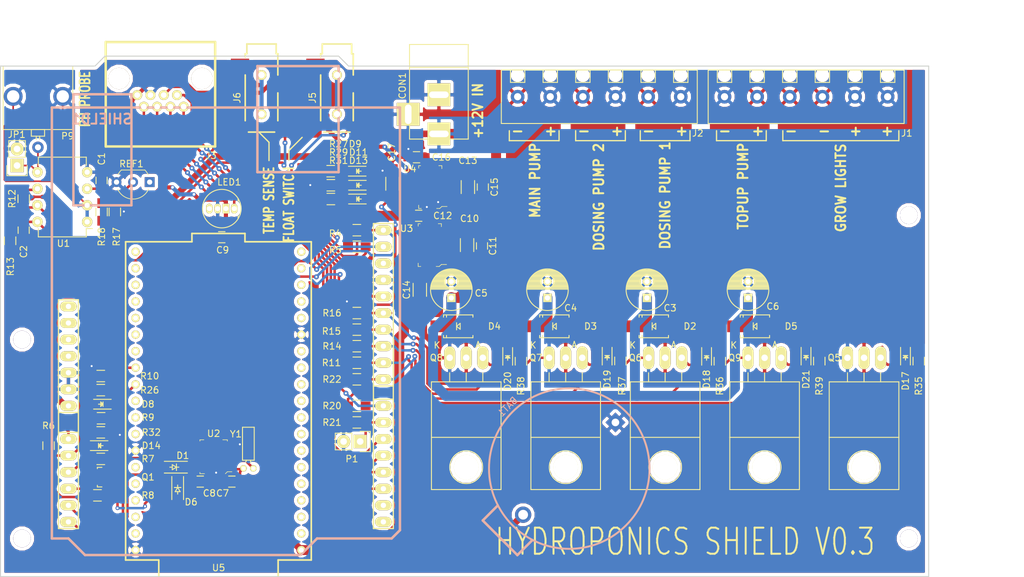
<source format=kicad_pcb>
(kicad_pcb (version 4) (host pcbnew 4.0.2+dfsg1-stable)
  (layers (0 F.Cu signal hide) (31 B.Cu signal hide) (34 B.Paste user) (35 F.Paste user) (36 B.SilkS user hide) (37 F.SilkS user) (38 B.Mask user) (39 F.Mask user) (44 Edge.Cuts user))
  (net 0 "")
  (net 1 "Net-(C1-Pad1)")
  (net 2 GND)
  (net 3 +5V)
  (net 4 +12V)
  (net 5 FLOAT_SWITCH_IN)
  (net 6 TEMP_SENSE_IN)
  (net 7 +3V3)
  (net 8 LED_STRIP_OUT)
  (net 9 DOSING_PUMP_1)
  (net 10 "Net-(R12-Pad1)")
  (net 11 PH_VOUT)
  (net 12 DOSING_PUMP_2)
  (net 13 MAIN_PUMP)
  (net 14 AUX_BTTN1_IN)
  (net 15 Vguard)
  (net 16 TOPUP_PUMP)
  (net 17 WIFI_DATA_RECEIVE)
  (net 18 WIFI_DATA_TRANSMIT)
  (net 19 "Net-(D8-Pad1)")
  (net 20 "Net-(D9-Pad1)")
  (net 21 "Net-(D11-Pad1)")
  (net 22 "Net-(D13-Pad1)")
  (net 23 "Net-(D14-Pad2)")
  (net 24 "Net-(D14-Pad1)")
  (net 25 "Net-(D17-Pad1)")
  (net 26 "Net-(D18-Pad1)")
  (net 27 "Net-(D19-Pad1)")
  (net 28 "Net-(D20-Pad1)")
  (net 29 "Net-(D21-Pad1)")
  (net 30 RGB_OUT)
  (net 31 SCL)
  (net 32 ENCODER_SW)
  (net 33 ENCODER_A)
  (net 34 ENCODER_B)
  (net 35 SDA)
  (net 36 "Net-(C7-Pad1)")
  (net 37 "Net-(U2-Pad2)")
  (net 38 /D1DRV)
  (net 39 /D2DRV)
  (net 40 /MPDRV)
  (net 41 /TPDRV)
  (net 42 /LEDDRV)
  (net 43 DISPLAY_RESET)
  (net 44 "Net-(JP1-Pad1)")
  (net 45 "Net-(C8-Pad2)")
  (net 46 BATT_BACKUP)
  (net 47 "Net-(J5-Pad~)")
  (net 48 "Net-(J6-Pad~)")
  (net 49 "Net-(R10-Pad2)")
  (module ARDUINO_SHIELDS:ARDUINO_SHIELD_R3_WI2C (layer F.Cu) (at 28.956 56.388 270)
    (fp_text reference SHIELD1 (at 1.778 -7.62 540) (layer B.SilkS) (effects (font (thickness 0.3048)) (justify mirror)))
    (fp_text value ARDUINO_SHIELD_R3_WI2C hide)
    (pad AD5 thru_hole oval (at 63.5 -2.54) (size 2.54 1.524) (drill 0.8128) (layers *.Cu *.Mask F.SilkS) (net 31 SCL))
    (pad AD4 thru_hole oval (at 60.96 -2.54) (size 2.54 1.524) (drill 0.8128) (layers *.Cu *.Mask F.SilkS) (net 35 SDA))
    (pad AD3 thru_hole oval (at 58.42 -2.54) (size 2.54 1.524) (drill 0.8128) (layers *.Cu *.Mask F.SilkS) (net 17 WIFI_DATA_RECEIVE))
    (pad AD0 thru_hole oval (at 50.8 -2.54) (size 2.54 1.524) (drill 0.8128) (layers *.Cu *.Mask F.SilkS) (net 11 PH_VOUT))
    (pad AD1 thru_hole oval (at 53.34 -2.54) (size 2.54 1.524) (drill 0.8128) (layers *.Cu *.Mask F.SilkS) (net 6 TEMP_SENSE_IN))
    (pad AD2 thru_hole oval (at 55.88 -2.54) (size 2.54 1.524) (drill 0.8128) (layers *.Cu *.Mask F.SilkS) (net 18 WIFI_DATA_TRANSMIT))
    (pad V_IN thru_hole oval (at 45.72 -2.54) (size 2.54 1.524) (drill 0.8128) (layers *.Cu *.Mask F.SilkS) (net 4 +12V))
    (pad GND2 thru_hole oval (at 43.18 -2.54) (size 2.54 1.524) (drill 0.8128) (layers *.Cu *.Mask F.SilkS) (net 2 GND))
    (pad GND1 thru_hole oval (at 40.64 -2.54) (size 2.54 1.524) (drill 0.8128) (layers *.Cu *.Mask F.SilkS) (net 2 GND))
    (pad 3V3 thru_hole oval (at 35.56 -2.54) (size 2.54 1.524) (drill 0.8128) (layers *.Cu *.Mask F.SilkS))
    (pad RST thru_hole oval (at 33.02 -2.54) (size 2.54 1.524) (drill 0.8128) (layers *.Cu *.Mask F.SilkS))
    (pad 0 thru_hole oval (at 63.5 -50.8) (size 2.54 1.524) (drill 0.8128) (layers *.Cu *.Mask F.SilkS))
    (pad 1 thru_hole oval (at 60.96 -50.8) (size 2.54 1.524) (drill 0.8128) (layers *.Cu *.Mask F.SilkS))
    (pad 2 thru_hole oval (at 58.42 -50.8) (size 2.54 1.524) (drill 0.8128) (layers *.Cu *.Mask F.SilkS) (net 30 RGB_OUT))
    (pad 3 thru_hole oval (at 55.88 -50.8) (size 2.54 1.524) (drill 0.8128) (layers *.Cu *.Mask F.SilkS) (net 33 ENCODER_A))
    (pad 4 thru_hole oval (at 53.34 -50.8) (size 2.54 1.524) (drill 0.8128) (layers *.Cu *.Mask F.SilkS) (net 34 ENCODER_B))
    (pad 5 thru_hole oval (at 50.8 -50.8) (size 2.54 1.524) (drill 0.8128) (layers *.Cu *.Mask F.SilkS) (net 32 ENCODER_SW))
    (pad 6 thru_hole oval (at 48.26 -50.8) (size 2.54 1.524) (drill 0.8128) (layers *.Cu *.Mask F.SilkS) (net 14 AUX_BTTN1_IN))
    (pad 7 thru_hole oval (at 45.72 -50.8) (size 2.54 1.524) (drill 0.8128) (layers *.Cu *.Mask F.SilkS) (net 5 FLOAT_SWITCH_IN))
    (pad 8 thru_hole oval (at 41.656 -50.8) (size 2.54 1.524) (drill 0.8128) (layers *.Cu *.Mask F.SilkS) (net 16 TOPUP_PUMP))
    (pad 9 thru_hole oval (at 39.116 -50.8) (size 2.54 1.524) (drill 0.8128) (layers *.Cu *.Mask F.SilkS) (net 8 LED_STRIP_OUT))
    (pad 10 thru_hole oval (at 36.576 -50.8) (size 2.54 1.524) (drill 0.8128) (layers *.Cu *.Mask F.SilkS) (net 9 DOSING_PUMP_1))
    (pad 11 thru_hole oval (at 34.036 -50.8) (size 2.54 1.524) (drill 0.8128) (layers *.Cu *.Mask F.SilkS) (net 12 DOSING_PUMP_2))
    (pad 12 thru_hole oval (at 31.496 -50.8) (size 2.54 1.524) (drill 0.8128) (layers *.Cu *.Mask F.SilkS) (net 13 MAIN_PUMP))
    (pad 13 thru_hole oval (at 28.956 -50.8) (size 2.54 1.524) (drill 0.8128) (layers *.Cu *.Mask F.SilkS) (net 43 DISPLAY_RESET))
    (pad GND3 thru_hole oval (at 26.416 -50.8) (size 2.54 1.524) (drill 0.8128) (layers *.Cu *.Mask F.SilkS) (net 2 GND))
    (pad AREF thru_hole oval (at 23.876 -50.8) (size 2.54 1.524) (drill 0.8128) (layers *.Cu *.Mask F.SilkS))
    (pad 5V thru_hole oval (at 38.1 -2.54) (size 2.54 1.524) (drill 0.8128) (layers *.Cu *.Mask F.SilkS))
    (pad SDA thru_hole oval (at 21.336 -50.8) (size 2.54 1.524) (drill 0.8128) (layers *.Cu *.Mask F.SilkS) (net 35 SDA))
    (pad SCL thru_hole oval (at 18.796 -50.8) (size 2.54 1.524) (drill 0.8128) (layers *.Cu *.Mask F.SilkS) (net 31 SCL))
    (pad IORE thru_hole oval (at 30.48 -2.54) (size 2.54 1.524) (drill 0.8128) (layers *.Cu *.Mask F.SilkS))
  )
  (module Capacitors_SMD:C_0805_HandSoldering (layer F.Cu) (at 85.1662 72.9742)
    (fp_text reference C12 (at 3.683 0) (layer F.SilkS))
    (fp_text value 0.1uF)
    (pad 1 smd rect (at -1.25 0) (size 1.5 1.25) (layers F.Cu F.Paste F.Mask) (net 7 +3V3))
    (pad 2 smd rect (at 1.25 0) (size 1.5 1.25) (layers F.Cu F.Paste F.Mask) (net 2 GND))
  )
  (module Capacitors_SMD:C_0805_HandSoldering (layer F.Cu) (at 94.996 68.58 270)
    (fp_text reference C15 (at 0 -1.778 270) (layer F.SilkS))
    (fp_text value 0.1uF)
    (pad 1 smd rect (at -1.25 0 270) (size 1.5 1.25) (layers F.Cu F.Paste F.Mask) (net 4 +12V))
    (pad 2 smd rect (at 1.25 0 270) (size 1.5 1.25) (layers F.Cu F.Paste F.Mask) (net 2 GND))
  )
  (module USER_CONNECTORS:RJHSE-5080 (layer F.Cu) (at 45.593 51.943 180)
    (fp_text reference J3 (at -7.747 -11.811 180) (layer F.SilkS))
    (fp_text value RJHSE-5080)
    (pad ~ thru_hole circle (at -6.35 0 180) (size 3.2512 3.2512) (drill 3.2512) (layers *.Cu *.Mask F.SilkS))
    (pad ~ thru_hole circle (at 6.35 0 180) (size 3.2512 3.2512) (drill 3.2512) (layers *.Cu *.Mask F.SilkS))
    (pad 7 thru_hole circle (at -2.54 -2.54 180) (size 1.524 1.524) (drill 0.889) (layers *.Cu *.Mask F.SilkS) (net 31 SCL))
    (pad 5 thru_hole circle (at -0.508 -2.54 180) (size 1.524 1.524) (drill 0.889) (layers *.Cu *.Mask F.SilkS) (net 43 DISPLAY_RESET))
    (pad 3 thru_hole circle (at 1.524 -2.54 180) (size 1.524 1.524) (drill 0.889) (layers *.Cu *.Mask F.SilkS Eco1.User) (net 2 GND))
    (pad 1 thru_hole circle (at 3.556 -2.54 180) (size 1.524 1.524) (drill 0.889) (layers *.Cu *.Mask F.SilkS) (net 3 +5V))
    (pad 8 thru_hole circle (at -3.556 -4.318 180) (size 1.524 1.524) (drill 0.889) (layers *.Cu *.Mask F.SilkS) (net 35 SDA))
    (pad 6 thru_hole circle (at -1.524 -4.318 180) (size 1.524 1.524) (drill 0.889) (layers *.Cu *.Mask F.SilkS) (net 32 ENCODER_SW))
    (pad 4 thru_hole circle (at 0.508 -4.318 180) (size 1.524 1.524) (drill 0.889) (layers *.Cu *.Mask F.SilkS) (net 34 ENCODER_B))
    (pad 2 thru_hole circle (at 2.54 -4.318 180) (size 1.524 1.524) (drill 0.889) (layers *.Cu *.Mask F.SilkS) (net 33 ENCODER_A))
  )
  (module USER_CONNECTORS:0731000105 (layer F.Cu) (at 26.8224 54.6862 180)
    (fp_text reference P9 (at -4.5466 -6.0706 180) (layer F.SilkS))
    (fp_text value 0731000105)
    (pad 1 thru_hole circle (at 0 -7.8 180) (size 1.75 1.75) (drill 0.93) (layers *.Cu *.Mask) (net 44 "Net-(JP1-Pad1)"))
    (pad 2 thru_hole circle (at -3.8 0 180) (size 2.9 2.9) (drill 1.9) (layers *.Cu *.Mask) (net 15 Vguard))
    (pad 3 thru_hole circle (at 3.8 0 180) (size 2.9 2.9) (drill 1.9) (layers *.Cu *.Mask) (net 15 Vguard))
  )
  (module LEDs:LED_0805 (layer F.Cu) (at 36.449 101.854 180)
    (fp_text reference D8 (at -7.239 0 180) (layer F.SilkS))
    (fp_text value GN)
    (pad 2 smd rect (at 1.04902 0) (size 1.19888 1.19888) (layers F.Cu F.Paste F.Mask) (net 18 WIFI_DATA_TRANSMIT))
    (pad 1 smd rect (at -1.04902 0) (size 1.19888 1.19888) (layers F.Cu F.Paste F.Mask) (net 19 "Net-(D8-Pad1)"))
  )
  (module Resistors_SMD:R_0805_HandSoldering (layer F.Cu) (at 36.449 99.695 180)
    (fp_text reference R26 (at -7.493 0 360) (layer F.SilkS))
    (fp_text value 500)
    (pad 1 smd rect (at -1.35 0 180) (size 1.5 1.3) (layers F.Cu F.Paste F.Mask) (net 19 "Net-(D8-Pad1)"))
    (pad 2 smd rect (at 1.35 0 180) (size 1.5 1.3) (layers F.Cu F.Paste F.Mask) (net 2 GND))
  )
  (module LEDs:LED_0805 (layer F.Cu) (at 36.449 108.204)
    (fp_text reference D14 (at 7.747 0 180) (layer F.SilkS))
    (fp_text value GN)
    (pad 2 smd rect (at 1.04902 0 180) (size 1.19888 1.19888) (layers F.Cu F.Paste F.Mask) (net 23 "Net-(D14-Pad2)"))
    (pad 1 smd rect (at -1.04902 0 180) (size 1.19888 1.19888) (layers F.Cu F.Paste F.Mask) (net 24 "Net-(D14-Pad1)"))
  )
  (module Resistors_SMD:R_0805_HandSoldering (layer F.Cu) (at 36.449 106.172)
    (fp_text reference R32 (at 7.747 0 180) (layer F.SilkS))
    (fp_text value 200)
    (pad 1 smd rect (at -1.35 0) (size 1.5 1.3) (layers F.Cu F.Paste F.Mask) (net 24 "Net-(D14-Pad1)"))
    (pad 2 smd rect (at 1.35 0) (size 1.5 1.3) (layers F.Cu F.Paste F.Mask) (net 2 GND))
  )
  (module TO_SOT_Packages_THT:TO-92_Inline_Wide (layer F.Cu) (at 43.942 67.818 180)
    (fp_text reference REF1 (at 2.794 2.794 180) (layer F.SilkS))
    (fp_text value LT1004CZ-2.5)
    (pad 2 thru_hole circle (at 2.54 0 270) (size 1.52 1.52) (drill 0.8) (layers *.Cu *.Mask) (net 1 "Net-(C1-Pad1)"))
    (pad 3 thru_hole circle (at 5.08 0 270) (size 1.52 1.52) (drill 0.8) (layers *.Cu *.Mask) (net 2 GND))
    (pad 1 thru_hole rect (at 0 0 270) (size 1.52 1.52) (drill 0.8) (layers *.Cu *.Mask))
  )
  (module Capacitors_SMD:C_0805_HandSoldering (layer F.Cu) (at 36.576 67.564 90)
    (fp_text reference C1 (at 3.302 0 90) (layer F.SilkS))
    (fp_text value 0.1uF)
    (pad 1 smd rect (at -1.25 0 90) (size 1.5 1.25) (layers F.Cu F.Paste F.Mask) (net 1 "Net-(C1-Pad1)"))
    (pad 2 smd rect (at 1.25 0 90) (size 1.5 1.25) (layers F.Cu F.Paste F.Mask) (net 2 GND))
  )
  (module Resistors_SMD:R_0805_HandSoldering (layer F.Cu) (at 36.576 72.39 270)
    (fp_text reference R18 (at 3.81 0 270) (layer F.SilkS))
    (fp_text value "10.0k 0.1%")
    (pad 1 smd rect (at -1.35 0 270) (size 1.5 1.3) (layers F.Cu F.Paste F.Mask) (net 1 "Net-(C1-Pad1)"))
    (pad 2 smd rect (at 1.35 0 270) (size 1.5 1.3) (layers F.Cu F.Paste F.Mask) (net 2 GND))
  )
  (module Resistors_SMD:R_0805_HandSoldering (layer F.Cu) (at 38.608 72.39 90)
    (fp_text reference R17 (at -3.81 0.254 90) (layer F.SilkS))
    (fp_text value "10.0k 0.1%")
    (pad 1 smd rect (at -1.35 0 90) (size 1.5 1.3) (layers F.Cu F.Paste F.Mask) (net 3 +5V))
    (pad 2 smd rect (at 1.35 0 90) (size 1.5 1.3) (layers F.Cu F.Paste F.Mask) (net 1 "Net-(C1-Pad1)"))
  )
  (module Housings_DIP:DIP-8_W7.62mm (layer F.Cu) (at 34.3662 73.914 180)
    (fp_text reference U1 (at 3.6322 -3.302 180) (layer F.SilkS))
    (fp_text value LMC6482IN)
    (pad 1 thru_hole oval (at 0 0 180) (size 1.6 1.6) (drill 0.8) (layers *.Cu *.Mask F.SilkS) (net 15 Vguard))
    (pad 2 thru_hole oval (at 0 2.54 180) (size 1.6 1.6) (drill 0.8) (layers *.Cu *.Mask F.SilkS) (net 15 Vguard))
    (pad 3 thru_hole oval (at 0 5.08 180) (size 1.6 1.6) (drill 0.8) (layers *.Cu *.Mask F.SilkS) (net 1 "Net-(C1-Pad1)"))
    (pad 4 thru_hole oval (at 0 7.62 180) (size 1.6 1.6) (drill 0.8) (layers *.Cu *.Mask F.SilkS) (net 2 GND))
    (pad 5 thru_hole oval (at 7.62 7.62 180) (size 1.6 1.6) (drill 0.8) (layers *.Cu *.Mask F.SilkS) (net 44 "Net-(JP1-Pad1)"))
    (pad 6 thru_hole oval (at 7.62 5.08 180) (size 1.6 1.6) (drill 0.8) (layers *.Cu *.Mask F.SilkS) (net 10 "Net-(R12-Pad1)"))
    (pad 7 thru_hole oval (at 7.62 2.54 180) (size 1.6 1.6) (drill 0.8) (layers *.Cu *.Mask F.SilkS) (net 11 PH_VOUT))
    (pad 8 thru_hole oval (at 7.62 0 180) (size 1.6 1.6) (drill 0.8) (layers *.Cu *.Mask F.SilkS) (net 3 +5V))
  )
  (module Connect:BARREL_JACK (layer F.Cu) (at 88.265 54.229 270)
    (fp_text reference CON1 (at -1.16586 5.588 450) (layer F.SilkS))
    (fp_text value PJ-202A)
    (pad 1 thru_hole rect (at 6.20014 0 270) (size 3.50012 3.50012) (drill oval 1.00076 2.99974) (layers *.Cu *.Mask F.SilkS) (net 4 +12V))
    (pad 2 thru_hole rect (at 0.20066 0 270) (size 3.50012 3.50012) (drill oval 1.00076 2.99974) (layers *.Cu *.Mask F.SilkS) (net 2 GND))
    (pad 3 thru_hole rect (at 3.2004 4.699 270) (size 3.50012 3.50012) (drill oval 2.99974 1.00076) (layers *.Cu *.Mask F.SilkS) (net 2 GND))
  )
  (module USER_CONNECTORS:282836-6 (layer F.Cu) (at 154.533 54.737 180)
    (fp_text reference J1 (at -5.44 -5.588 180) (layer F.SilkS))
    (fp_text value 282836-6)
    (pad 1 thru_hole circle (at -2.5 0 180) (size 2.1 2.1) (drill 1.1) (layers *.Cu *.Mask) (net 4 +12V))
    (pad 2 thru_hole circle (at 2.5 0 180) (size 2.1 2.1) (drill 1.1) (layers *.Cu *.Mask) (net 4 +12V))
    (pad "" np_thru_hole circle (at -2.5 3.3 180) (size 1.1 1.1) (drill 1.1) (layers *.Cu *.Mask))
    (pad "" np_thru_hole circle (at 2.5 3.3 180) (size 1.1 1.1) (drill 1.1) (layers *.Cu *.Mask))
    (pad 3 thru_hole circle (at 7.5 0 180) (size 2.1 2.1) (drill 1.1) (layers *.Cu *.Mask) (net 42 /LEDDRV))
    (pad 4 thru_hole circle (at 12.5 0 180) (size 2.1 2.1) (drill 1.1) (layers *.Cu *.Mask) (net 42 /LEDDRV))
    (pad 5 thru_hole circle (at 17.5 0 180) (size 2.1 2.1) (drill 1.1) (layers *.Cu *.Mask) (net 41 /TPDRV))
    (pad 6 thru_hole circle (at 22.5 0 180) (size 2.1 2.1) (drill 1.1) (layers *.Cu *.Mask) (net 4 +12V))
    (pad "" np_thru_hole circle (at 7.5 3.3 180) (size 1.1 1.1) (drill 1.1) (layers *.Cu *.Mask))
    (pad "" np_thru_hole circle (at 12.5 3.3 180) (size 1.1 1.1) (drill 1.1) (layers *.Cu *.Mask))
    (pad "" np_thru_hole circle (at 17.5 3.3 180) (size 1.1 1.1) (drill 1.1) (layers *.Cu *.Mask))
    (pad "" np_thru_hole circle (at 22.5 3.3 180) (size 1.1 1.1) (drill 1.1) (layers *.Cu *.Mask))
  )
  (module USER_CONNECTORS:282836-6 (layer F.Cu) (at 122.83 54.735 180)
    (fp_text reference J2 (at -5.106 -5.588 180) (layer F.SilkS))
    (fp_text value 282836-6)
    (pad 1 thru_hole circle (at -2.5 0 180) (size 2.1 2.1) (drill 1.1) (layers *.Cu *.Mask) (net 4 +12V))
    (pad 2 thru_hole circle (at 2.5 0 180) (size 2.1 2.1) (drill 1.1) (layers *.Cu *.Mask) (net 38 /D1DRV))
    (pad "" np_thru_hole circle (at -2.5 3.3 180) (size 1.1 1.1) (drill 1.1) (layers *.Cu *.Mask))
    (pad "" np_thru_hole circle (at 2.5 3.3 180) (size 1.1 1.1) (drill 1.1) (layers *.Cu *.Mask))
    (pad 3 thru_hole circle (at 7.5 0 180) (size 2.1 2.1) (drill 1.1) (layers *.Cu *.Mask) (net 4 +12V))
    (pad 4 thru_hole circle (at 12.5 0 180) (size 2.1 2.1) (drill 1.1) (layers *.Cu *.Mask) (net 39 /D2DRV))
    (pad 5 thru_hole circle (at 17.5 0 180) (size 2.1 2.1) (drill 1.1) (layers *.Cu *.Mask) (net 4 +12V))
    (pad 6 thru_hole circle (at 22.5 0 180) (size 2.1 2.1) (drill 1.1) (layers *.Cu *.Mask) (net 40 /MPDRV))
    (pad "" np_thru_hole circle (at 7.5 3.3 180) (size 1.1 1.1) (drill 1.1) (layers *.Cu *.Mask))
    (pad "" np_thru_hole circle (at 12.5 3.3 180) (size 1.1 1.1) (drill 1.1) (layers *.Cu *.Mask))
    (pad "" np_thru_hole circle (at 17.5 3.3 180) (size 1.1 1.1) (drill 1.1) (layers *.Cu *.Mask))
    (pad "" np_thru_hole circle (at 22.5 3.3 180) (size 1.1 1.1) (drill 1.1) (layers *.Cu *.Mask))
  )
  (module Capacitors_ThroughHole:C_Radial_D6.3_L11.2_P2.5 (layer F.Cu) (at 120.142 85.558 90)
    (fp_text reference C3 (at -1.564 3.556 180) (layer F.SilkS))
    (fp_text value 5ZLH100MEFC6.3X11)
    (pad 2 thru_hole circle (at 2.5 0 90) (size 1.3 1.3) (drill 0.8) (layers *.Cu *.Mask F.SilkS) (net 2 GND))
    (pad 1 thru_hole rect (at 0 0 90) (size 1.3 1.3) (drill 0.8) (layers *.Cu *.Mask F.SilkS) (net 4 +12V))
  )
  (module Capacitors_ThroughHole:C_Radial_D6.3_L11.2_P2.5 (layer F.Cu) (at 104.902 85.558 90)
    (fp_text reference C4 (at -1.564 3.556 180) (layer F.SilkS))
    (fp_text value 5ZLH100MEFC6.3X11)
    (pad 2 thru_hole circle (at 2.5 0 90) (size 1.3 1.3) (drill 0.8) (layers *.Cu *.Mask F.SilkS) (net 2 GND))
    (pad 1 thru_hole rect (at 0 0 90) (size 1.3 1.3) (drill 0.8) (layers *.Cu *.Mask F.SilkS) (net 4 +12V))
  )
  (module Capacitors_ThroughHole:C_Radial_D6.3_L11.2_P2.5 (layer F.Cu) (at 90.17 85.558 90)
    (fp_text reference C5 (at 0.722 4.572 180) (layer F.SilkS))
    (fp_text value 5ZLH100MEFC6.3X11)
    (pad 2 thru_hole circle (at 2.5 0 90) (size 1.3 1.3) (drill 0.8) (layers *.Cu *.Mask F.SilkS) (net 2 GND))
    (pad 1 thru_hole rect (at 0 0 90) (size 1.3 1.3) (drill 0.8) (layers *.Cu *.Mask F.SilkS) (net 4 +12V))
  )
  (module TO_SOT_Packages_THT:TO-220_Neutral123_Horizontal_LargePads (layer F.Cu) (at 153.416 94.742 180)
    (fp_text reference Q5 (at 4.572 0 360) (layer F.SilkS))
    (fp_text value PSMN022-30PL,127)
    (pad 2 thru_hole oval (at 0 0 270) (size 3.50012 1.69926) (drill 1.00076) (layers *.Cu *.Mask F.SilkS) (net 42 /LEDDRV))
    (pad 1 thru_hole oval (at -2.54 0 270) (size 3.50012 1.69926) (drill 1.00076) (layers *.Cu *.Mask F.SilkS) (net 8 LED_STRIP_OUT))
    (pad 3 thru_hole oval (at 2.54 0 270) (size 3.50012 1.69926) (drill 1.00076) (layers *.Cu *.Mask F.SilkS) (net 2 GND))
    (pad "" np_thru_hole circle (at 0 -16.764 270) (size 3.79984 3.79984) (drill 3.79984) (layers *.Cu *.Mask F.SilkS))
  )
  (module TO_SOT_Packages_THT:TO-220_Neutral123_Horizontal_LargePads (layer F.Cu) (at 122.936 94.742 180)
    (fp_text reference Q6 (at 4.572 0 180) (layer F.SilkS))
    (fp_text value PSMN022-30PL,127)
    (pad 2 thru_hole oval (at 0 0 270) (size 3.50012 1.69926) (drill 1.00076) (layers *.Cu *.Mask F.SilkS) (net 38 /D1DRV))
    (pad 1 thru_hole oval (at -2.54 0 270) (size 3.50012 1.69926) (drill 1.00076) (layers *.Cu *.Mask F.SilkS) (net 9 DOSING_PUMP_1))
    (pad 3 thru_hole oval (at 2.54 0 270) (size 3.50012 1.69926) (drill 1.00076) (layers *.Cu *.Mask F.SilkS) (net 2 GND))
    (pad "" np_thru_hole circle (at 0 -16.764 270) (size 3.79984 3.79984) (drill 3.79984) (layers *.Cu *.Mask F.SilkS))
  )
  (module TO_SOT_Packages_THT:TO-220_Neutral123_Horizontal_LargePads (layer F.Cu) (at 107.696 94.742 180)
    (fp_text reference Q7 (at 4.572 0 180) (layer F.SilkS))
    (fp_text value PSMN022-30PL,127)
    (pad 2 thru_hole oval (at 0 0 270) (size 3.50012 1.69926) (drill 1.00076) (layers *.Cu *.Mask F.SilkS) (net 39 /D2DRV))
    (pad 1 thru_hole oval (at -2.54 0 270) (size 3.50012 1.69926) (drill 1.00076) (layers *.Cu *.Mask F.SilkS) (net 12 DOSING_PUMP_2))
    (pad 3 thru_hole oval (at 2.54 0 270) (size 3.50012 1.69926) (drill 1.00076) (layers *.Cu *.Mask F.SilkS) (net 2 GND))
    (pad "" np_thru_hole circle (at 0 -16.764 270) (size 3.79984 3.79984) (drill 3.79984) (layers *.Cu *.Mask F.SilkS))
  )
  (module TO_SOT_Packages_THT:TO-220_Neutral123_Horizontal_LargePads (layer F.Cu) (at 92.456 94.742 180)
    (fp_text reference Q8 (at 4.572 0 180) (layer F.SilkS))
    (fp_text value PSMN022-30PL,127)
    (pad 2 thru_hole oval (at 0 0 270) (size 3.50012 1.69926) (drill 1.00076) (layers *.Cu *.Mask F.SilkS) (net 40 /MPDRV))
    (pad 1 thru_hole oval (at -2.54 0 270) (size 3.50012 1.69926) (drill 1.00076) (layers *.Cu *.Mask F.SilkS) (net 13 MAIN_PUMP))
    (pad 3 thru_hole oval (at 2.54 0 270) (size 3.50012 1.69926) (drill 1.00076) (layers *.Cu *.Mask F.SilkS) (net 2 GND))
    (pad "" np_thru_hole circle (at 0 -16.764 270) (size 3.79984 3.79984) (drill 3.79984) (layers *.Cu *.Mask F.SilkS))
  )
  (module Capacitors_ThroughHole:C_Radial_D6.3_L11.2_P2.5 (layer F.Cu) (at 135.636 85.558 90)
    (fp_text reference C6 (at -1.31 3.81 180) (layer F.SilkS))
    (fp_text value 5ZLH100MEFC6.3X11)
    (pad 2 thru_hole circle (at 2.5 0 90) (size 1.3 1.3) (drill 0.8) (layers *.Cu *.Mask F.SilkS) (net 2 GND))
    (pad 1 thru_hole rect (at 0 0 90) (size 1.3 1.3) (drill 0.8) (layers *.Cu *.Mask F.SilkS) (net 4 +12V))
  )
  (module TO_SOT_Packages_THT:TO-220_Neutral123_Horizontal_LargePads (layer F.Cu) (at 138.176 94.742 180)
    (fp_text reference Q9 (at 4.572 0 180) (layer F.SilkS))
    (fp_text value PSMN022-30PL,127)
    (pad 2 thru_hole oval (at 0 0 270) (size 3.50012 1.69926) (drill 1.00076) (layers *.Cu *.Mask F.SilkS) (net 41 /TPDRV))
    (pad 1 thru_hole oval (at -2.54 0 270) (size 3.50012 1.69926) (drill 1.00076) (layers *.Cu *.Mask F.SilkS) (net 16 TOPUP_PUMP))
    (pad 3 thru_hole oval (at 2.54 0 270) (size 3.50012 1.69926) (drill 1.00076) (layers *.Cu *.Mask F.SilkS) (net 2 GND))
    (pad "" np_thru_hole circle (at 0 -16.764 270) (size 3.79984 3.79984) (drill 3.79984) (layers *.Cu *.Mask F.SilkS))
  )
  (module LEDs:LED_0805 (layer F.Cu) (at 76.000878 66.14491)
    (fp_text reference D9 (at -0.562878 -4.16891 180) (layer F.SilkS))
    (fp_text value GN)
    (pad 2 smd rect (at 1.04902 0 180) (size 1.19888 1.19888) (layers F.Cu F.Paste F.Mask) (net 4 +12V))
    (pad 1 smd rect (at -1.04902 0 180) (size 1.19888 1.19888) (layers F.Cu F.Paste F.Mask) (net 20 "Net-(D9-Pad1)"))
  )
  (module LEDs:LED_0805 (layer F.Cu) (at 76.026278 68.30391)
    (fp_text reference D11 (at -0.080278 -5.05791) (layer F.SilkS))
    (fp_text value GN)
    (pad 2 smd rect (at 1.04902 0 180) (size 1.19888 1.19888) (layers F.Cu F.Paste F.Mask) (net 3 +5V))
    (pad 1 smd rect (at -1.04902 0 180) (size 1.19888 1.19888) (layers F.Cu F.Paste F.Mask) (net 21 "Net-(D11-Pad1)"))
  )
  (module LEDs:LED_0805 (layer F.Cu) (at 76.026278 70.41211)
    (fp_text reference D13 (at -0.080278 -5.89611) (layer F.SilkS))
    (fp_text value GN)
    (pad 2 smd rect (at 1.04902 0 180) (size 1.19888 1.19888) (layers F.Cu F.Paste F.Mask) (net 7 +3V3))
    (pad 1 smd rect (at -1.04902 0 180) (size 1.19888 1.19888) (layers F.Cu F.Paste F.Mask) (net 22 "Net-(D13-Pad1)"))
  )
  (module LEDs:LED_0805 (layer F.Cu) (at 159.766 94.742 270)
    (fp_text reference D17 (at 3.556 0 270) (layer F.SilkS))
    (fp_text value GN)
    (pad 2 smd rect (at 1.04902 0 90) (size 1.19888 1.19888) (layers F.Cu F.Paste F.Mask) (net 8 LED_STRIP_OUT))
    (pad 1 smd rect (at -1.04902 0 90) (size 1.19888 1.19888) (layers F.Cu F.Paste F.Mask) (net 25 "Net-(D17-Pad1)"))
  )
  (module LEDs:LED_0805 (layer F.Cu) (at 129.286 94.77502 270)
    (fp_text reference D18 (at 3.26898 0 270) (layer F.SilkS))
    (fp_text value GN)
    (pad 2 smd rect (at 1.04902 0 90) (size 1.19888 1.19888) (layers F.Cu F.Paste F.Mask) (net 9 DOSING_PUMP_1))
    (pad 1 smd rect (at -1.04902 0 90) (size 1.19888 1.19888) (layers F.Cu F.Paste F.Mask) (net 26 "Net-(D18-Pad1)"))
  )
  (module LEDs:LED_0805 (layer F.Cu) (at 114.046 94.742 270)
    (fp_text reference D19 (at 3.302 0 270) (layer F.SilkS))
    (fp_text value GN)
    (pad 2 smd rect (at 1.04902 0 90) (size 1.19888 1.19888) (layers F.Cu F.Paste F.Mask) (net 12 DOSING_PUMP_2))
    (pad 1 smd rect (at -1.04902 0 90) (size 1.19888 1.19888) (layers F.Cu F.Paste F.Mask) (net 27 "Net-(D19-Pad1)"))
  )
  (module LEDs:LED_0805 (layer F.Cu) (at 98.806 94.77502 270)
    (fp_text reference D20 (at 3.52298 0 270) (layer F.SilkS))
    (fp_text value GN)
    (pad 2 smd rect (at 1.04902 0 90) (size 1.19888 1.19888) (layers F.Cu F.Paste F.Mask) (net 13 MAIN_PUMP))
    (pad 1 smd rect (at -1.04902 0 90) (size 1.19888 1.19888) (layers F.Cu F.Paste F.Mask) (net 28 "Net-(D20-Pad1)"))
  )
  (module LEDs:LED_0805 (layer F.Cu) (at 144.526 94.742 270)
    (fp_text reference D21 (at 3.302 0 270) (layer F.SilkS))
    (fp_text value GN)
    (pad 2 smd rect (at 1.04902 0 90) (size 1.19888 1.19888) (layers F.Cu F.Paste F.Mask) (net 16 TOPUP_PUMP))
    (pad 1 smd rect (at -1.04902 0 90) (size 1.19888 1.19888) (layers F.Cu F.Paste F.Mask) (net 29 "Net-(D21-Pad1)"))
  )
  (module Resistors_SMD:R_0805_HandSoldering (layer F.Cu) (at 71.682878 66.14491 180)
    (fp_text reference R27 (at -1.215122 4.16891 180) (layer F.SilkS))
    (fp_text value 1.0k)
    (pad 1 smd rect (at -1.35 0 180) (size 1.5 1.3) (layers F.Cu F.Paste F.Mask) (net 20 "Net-(D9-Pad1)"))
    (pad 2 smd rect (at 1.35 0 180) (size 1.5 1.3) (layers F.Cu F.Paste F.Mask) (net 2 GND))
  )
  (module Resistors_SMD:R_0805_HandSoldering (layer F.Cu) (at 71.708278 68.30391 180)
    (fp_text reference R29 (at -1.189722 5.05791 180) (layer F.SilkS))
    (fp_text value 500)
    (pad 1 smd rect (at -1.35 0 180) (size 1.5 1.3) (layers F.Cu F.Paste F.Mask) (net 21 "Net-(D11-Pad1)"))
    (pad 2 smd rect (at 1.35 0 180) (size 1.5 1.3) (layers F.Cu F.Paste F.Mask) (net 2 GND))
  )
  (module Resistors_SMD:R_0805_HandSoldering (layer F.Cu) (at 71.708278 70.41211 180)
    (fp_text reference R31 (at -1.189722 5.89611 180) (layer F.SilkS))
    (fp_text value 200)
    (pad 1 smd rect (at -1.35 0 180) (size 1.5 1.3) (layers F.Cu F.Paste F.Mask) (net 22 "Net-(D13-Pad1)"))
    (pad 2 smd rect (at 1.35 0 180) (size 1.5 1.3) (layers F.Cu F.Paste F.Mask) (net 2 GND))
  )
  (module Resistors_SMD:R_0805_HandSoldering (layer F.Cu) (at 161.798 95.25 270)
    (fp_text reference R35 (at 3.81 0 270) (layer F.SilkS))
    (fp_text value 500)
    (pad 1 smd rect (at -1.35 0 270) (size 1.5 1.3) (layers F.Cu F.Paste F.Mask) (net 25 "Net-(D17-Pad1)"))
    (pad 2 smd rect (at 1.35 0 270) (size 1.5 1.3) (layers F.Cu F.Paste F.Mask) (net 2 GND))
  )
  (module Resistors_SMD:R_0805_HandSoldering (layer F.Cu) (at 131.318 95.2665 270)
    (fp_text reference R36 (at 3.7935 0 270) (layer F.SilkS))
    (fp_text value 500)
    (pad 1 smd rect (at -1.35 0 270) (size 1.5 1.3) (layers F.Cu F.Paste F.Mask) (net 26 "Net-(D18-Pad1)"))
    (pad 2 smd rect (at 1.35 0 270) (size 1.5 1.3) (layers F.Cu F.Paste F.Mask) (net 2 GND))
  )
  (module Resistors_SMD:R_0805_HandSoldering (layer F.Cu) (at 116.078 95.2284 270)
    (fp_text reference R37 (at 3.8316 -0.254 270) (layer F.SilkS))
    (fp_text value 500)
    (pad 1 smd rect (at -1.35 0 270) (size 1.5 1.3) (layers F.Cu F.Paste F.Mask) (net 27 "Net-(D19-Pad1)"))
    (pad 2 smd rect (at 1.35 0 270) (size 1.5 1.3) (layers F.Cu F.Paste F.Mask) (net 2 GND))
  )
  (module Resistors_SMD:R_0805_HandSoldering (layer F.Cu) (at 100.838 95.2665 270)
    (fp_text reference R38 (at 3.7935 0 270) (layer F.SilkS))
    (fp_text value 500)
    (pad 1 smd rect (at -1.35 0 270) (size 1.5 1.3) (layers F.Cu F.Paste F.Mask) (net 28 "Net-(D20-Pad1)"))
    (pad 2 smd rect (at 1.35 0 270) (size 1.5 1.3) (layers F.Cu F.Paste F.Mask) (net 2 GND))
  )
  (module Resistors_SMD:R_0805_HandSoldering (layer F.Cu) (at 146.558 95.25 270)
    (fp_text reference R39 (at 3.81 0 270) (layer F.SilkS))
    (fp_text value 500)
    (pad 1 smd rect (at -1.35 0 270) (size 1.5 1.3) (layers F.Cu F.Paste F.Mask) (net 29 "Net-(D21-Pad1)"))
    (pad 2 smd rect (at 1.35 0 270) (size 1.5 1.3) (layers F.Cu F.Paste F.Mask) (net 2 GND))
  )
  (module digikey-footprints:SOT-223 (layer F.Cu) (at 86.868 77.47 90)
    (fp_text reference U3 (at 2.54 -3.556 180) (layer F.SilkS))
    (fp_text value AZ1117CH-3_3TRG1)
    (pad 3 smd rect (at 2.3 3.1 90) (size 1.2 2.2) (layers F.Cu F.Paste F.Mask) (net 4 +12V))
    (pad 2 smd rect (at 0 3.1 90) (size 1.2 2.2) (layers F.Cu F.Paste F.Mask) (net 7 +3V3))
    (pad 1 smd rect (at -2.3 3.1 90) (size 1.2 2.2) (layers F.Cu F.Paste F.Mask) (net 2 GND))
    (pad 4 smd rect (at 0 -3.1 90) (size 3.5 2.2) (layers F.Cu F.Paste F.Mask) (net 7 +3V3))
  )
  (module Crystals:Crystal_Round_Horizontal_2mm (layer F.Cu) (at 59.0677 111.6838)
    (fp_text reference Y1 (at -1.9177 -5.2578) (layer F.SilkS))
    (fp_text value CFS-20632768DZFB)
    (pad 1 thru_hole circle (at -0.7493 0) (size 1.00076 1.00076) (drill 0.59944) (layers *.Cu *.Mask F.SilkS) (net 36 "Net-(C7-Pad1)"))
    (pad 2 thru_hole circle (at 0.7493 0) (size 1.00076 1.00076) (drill 0.59944) (layers *.Cu *.Mask F.SilkS) (net 37 "Net-(U2-Pad2)"))
  )
  (module USER_LEDS:LED-RGB-5MM_Common_Cathode (layer F.Cu) (at 56.896 71.882 270)
    (fp_text reference LED1 (at -4.064 0.762 540) (layer F.SilkS))
    (fp_text value "COM-12999(WS2812)")
    (pad 1 thru_hole oval (at 0 0 270) (size 1.5 1) (drill 0.762) (layers *.Cu *.Mask F.SilkS) (net 30 RGB_OUT))
    (pad 2 thru_hole rect (at 0 1.27 270) (size 1.5 1) (drill 0.762) (layers *.Cu *.Mask F.SilkS) (net 3 +5V))
    (pad 3 thru_hole oval (at 0 2.54 270) (size 1.5 1) (drill 0.762) (layers *.Cu *.Mask F.SilkS) (net 2 GND))
    (pad 4 thru_hole oval (at 0 3.81 270) (size 1.5 1) (drill 0.762) (layers *.Cu *.Mask F.SilkS))
  )
  (module Capacitors_SMD:C_0805_HandSoldering (layer F.Cu) (at 56.5404 113.7158 180)
    (fp_text reference C7 (at 1.4224 -1.778 180) (layer F.SilkS))
    (fp_text value "12.5pF NP0")
    (pad 1 smd rect (at -1.25 0 180) (size 1.5 1.25) (layers F.Cu F.Paste F.Mask) (net 36 "Net-(C7-Pad1)"))
    (pad 2 smd rect (at 1.25 0 180) (size 1.5 1.25) (layers F.Cu F.Paste F.Mask) (net 2 GND))
  )
  (module digikey-footprints:8-SOIC (layer F.Cu) (at 53.7464 109.9058 180)
    (fp_text reference U2 (at 0 3.556 180) (layer F.SilkS))
    (fp_text value PCF8563)
    (pad 3 smd rect (at -2.465 0.635 180) (size 1.6 0.7) (layers F.Cu F.Paste F.Mask))
    (pad 2 smd rect (at -2.465 -0.635 180) (size 1.6 0.7) (layers F.Cu F.Paste F.Mask) (net 37 "Net-(U2-Pad2)"))
    (pad 4 smd rect (at -2.465 1.905 180) (size 1.6 0.7) (layers F.Cu F.Paste F.Mask) (net 2 GND))
    (pad 1 smd rect (at -2.465 -1.905 180) (size 1.6 0.7) (layers F.Cu F.Paste F.Mask) (net 36 "Net-(C7-Pad1)"))
    (pad 5 smd rect (at 2.465 1.905 180) (size 1.6 0.7) (layers F.Cu F.Paste F.Mask) (net 35 SDA))
    (pad 6 smd rect (at 2.465 0.635 180) (size 1.6 0.7) (layers F.Cu F.Paste F.Mask) (net 31 SCL))
    (pad 7 smd rect (at 2.465 -0.635 180) (size 1.6 0.7) (layers F.Cu F.Paste F.Mask))
    (pad 8 smd rect (at 2.465 -1.905 180) (size 1.6 0.7) (layers F.Cu F.Paste F.Mask) (net 45 "Net-(C8-Pad2)"))
  )
  (module Capacitors_SMD:C_0805_HandSoldering (layer F.Cu) (at 24.638 75.184 270)
    (fp_text reference C2 (at 3.302 0 450) (layer F.SilkS))
    (fp_text value 0.1uF)
    (pad 1 smd rect (at -1.25 0 270) (size 1.5 1.25) (layers F.Cu F.Paste F.Mask) (net 3 +5V))
    (pad 2 smd rect (at 1.25 0 270) (size 1.5 1.25) (layers F.Cu F.Paste F.Mask) (net 2 GND))
  )
  (module Capacitors_SMD:C_0805_HandSoldering (layer F.Cu) (at 51.6944 113.7158 180)
    (fp_text reference C8 (at -1.3916 -1.778 180) (layer F.SilkS))
    (fp_text value 0.1uF)
    (pad 1 smd rect (at -1.25 0 180) (size 1.5 1.25) (layers F.Cu F.Paste F.Mask) (net 2 GND))
    (pad 2 smd rect (at 1.25 0 180) (size 1.5 1.25) (layers F.Cu F.Paste F.Mask) (net 45 "Net-(C8-Pad2)"))
  )
  (module Capacitors_SMD:C_0805_HandSoldering (layer F.Cu) (at 54.991 76.2635)
    (fp_text reference C9 (at 0.127 1.9685 180) (layer F.SilkS))
    (fp_text value 0.1uF)
    (pad 1 smd rect (at -1.25 0) (size 1.5 1.25) (layers F.Cu F.Paste F.Mask) (net 2 GND))
    (pad 2 smd rect (at 1.25 0) (size 1.5 1.25) (layers F.Cu F.Paste F.Mask) (net 3 +5V))
  )
  (module Capacitors_SMD:C_0805_HandSoldering (layer F.Cu) (at 94.869 77.597 270)
    (fp_text reference C11 (at 0 -1.651 270) (layer F.SilkS))
    (fp_text value 0.1uF)
    (pad 1 smd rect (at -1.25 0 270) (size 1.5 1.25) (layers F.Cu F.Paste F.Mask) (net 4 +12V))
    (pad 2 smd rect (at 1.25 0 270) (size 1.5 1.25) (layers F.Cu F.Paste F.Mask) (net 2 GND))
  )
  (module Resistors_SMD:R_0805_HandSoldering (layer F.Cu) (at 36.449 110.236 180)
    (fp_text reference R7 (at -7.239 0 180) (layer F.SilkS))
    (fp_text value 10.0k)
    (pad 1 smd rect (at -1.35 0 180) (size 1.5 1.3) (layers F.Cu F.Paste F.Mask) (net 23 "Net-(D14-Pad2)"))
    (pad 2 smd rect (at 1.35 0 180) (size 1.5 1.3) (layers F.Cu F.Paste F.Mask) (net 7 +3V3))
  )
  (module Resistors_SMD:R_0805_HandSoldering (layer F.Cu) (at 35.941 115.824 180)
    (fp_text reference R8 (at -7.747 0 180) (layer F.SilkS))
    (fp_text value 10.0k)
    (pad 1 smd rect (at -1.35 0 180) (size 1.5 1.3) (layers F.Cu F.Paste F.Mask) (net 3 +5V))
    (pad 2 smd rect (at 1.35 0 180) (size 1.5 1.3) (layers F.Cu F.Paste F.Mask) (net 17 WIFI_DATA_RECEIVE))
  )
  (module Resistors_SMD:R_0805_HandSoldering (layer F.Cu) (at 36.496 104.013 180)
    (fp_text reference R9 (at -7.192 0.127 180) (layer F.SilkS))
    (fp_text value 10.0k)
    (pad 1 smd rect (at -1.35 0 180) (size 1.5 1.3) (layers F.Cu F.Paste F.Mask) (net 49 "Net-(R10-Pad2)"))
    (pad 2 smd rect (at 1.35 0 180) (size 1.5 1.3) (layers F.Cu F.Paste F.Mask) (net 18 WIFI_DATA_TRANSMIT))
  )
  (module Resistors_SMD:R_0805_HandSoldering (layer F.Cu) (at 36.449 97.536)
    (fp_text reference R10 (at 7.493 0) (layer F.SilkS))
    (fp_text value 10.0k)
    (pad 1 smd rect (at -1.35 0) (size 1.5 1.3) (layers F.Cu F.Paste F.Mask) (net 2 GND))
    (pad 2 smd rect (at 1.35 0) (size 1.5 1.3) (layers F.Cu F.Paste F.Mask) (net 49 "Net-(R10-Pad2)"))
  )
  (module Resistors_SMD:R_0805_HandSoldering (layer F.Cu) (at 24.638 70.358 270)
    (fp_text reference R12 (at 0 1.778 270) (layer F.SilkS))
    (fp_text value 0)
    (pad 1 smd rect (at -1.35 0 270) (size 1.5 1.3) (layers F.Cu F.Paste F.Mask) (net 10 "Net-(R12-Pad1)"))
    (pad 2 smd rect (at 1.35 0 270) (size 1.5 1.3) (layers F.Cu F.Paste F.Mask) (net 11 PH_VOUT))
  )
  (module Resistors_SMD:R_0805_HandSoldering (layer F.Cu) (at 22.5552 76.8096 90)
    (fp_text reference R13 (at -3.9624 0.0508 90) (layer F.SilkS))
    (fp_text value DNP)
    (pad 1 smd rect (at -1.35 0 90) (size 1.5 1.3) (layers F.Cu F.Paste F.Mask) (net 2 GND))
    (pad 2 smd rect (at 1.35 0 90) (size 1.5 1.3) (layers F.Cu F.Paste F.Mask) (net 10 "Net-(R12-Pad1)"))
  )
  (module Resistors_SMD:R_0805_HandSoldering (layer F.Cu) (at 75.692 75.184 180)
    (fp_text reference R4 (at 3.302 -0.508 180) (layer F.SilkS))
    (fp_text value 2.0k)
    (pad 1 smd rect (at -1.35 0 180) (size 1.5 1.3) (layers F.Cu F.Paste F.Mask) (net 31 SCL))
    (pad 2 smd rect (at 1.35 0 180) (size 1.5 1.3) (layers F.Cu F.Paste F.Mask) (net 7 +3V3))
  )
  (module Resistors_SMD:R_0805_HandSoldering (layer F.Cu) (at 75.692 77.724 180)
    (fp_text reference R5 (at 3.302 -0.508 180) (layer F.SilkS))
    (fp_text value 2.0k)
    (pad 1 smd rect (at -1.35 0 180) (size 1.5 1.3) (layers F.Cu F.Paste F.Mask) (net 35 SDA))
    (pad 2 smd rect (at 1.35 0 180) (size 1.5 1.3) (layers F.Cu F.Paste F.Mask) (net 7 +3V3))
  )
  (module Resistors_SMD:R_0805_HandSoldering (layer F.Cu) (at 28.448 108.204 90)
    (fp_text reference R6 (at 3.048 0 180) (layer F.SilkS))
    (fp_text value 4.7k)
    (pad 1 smd rect (at -1.35 0 90) (size 1.5 1.3) (layers F.Cu F.Paste F.Mask) (net 6 TEMP_SENSE_IN))
    (pad 2 smd rect (at 1.35 0 90) (size 1.5 1.3) (layers F.Cu F.Paste F.Mask) (net 3 +5V))
  )
  (module Resistors_SMD:R_0805_HandSoldering (layer F.Cu) (at 75.692 95.504)
    (fp_text reference R11 (at -3.89 0) (layer F.SilkS))
    (fp_text value 10.0k)
    (pad 1 smd rect (at -1.35 0) (size 1.5 1.3) (layers F.Cu F.Paste F.Mask) (net 2 GND))
    (pad 2 smd rect (at 1.35 0) (size 1.5 1.3) (layers F.Cu F.Paste F.Mask) (net 8 LED_STRIP_OUT))
  )
  (module Resistors_SMD:R_0805_HandSoldering (layer F.Cu) (at 75.692 92.964)
    (fp_text reference R14 (at -3.81 0) (layer F.SilkS))
    (fp_text value 10.0k)
    (pad 1 smd rect (at -1.35 0) (size 1.5 1.3) (layers F.Cu F.Paste F.Mask) (net 2 GND))
    (pad 2 smd rect (at 1.35 0) (size 1.5 1.3) (layers F.Cu F.Paste F.Mask) (net 9 DOSING_PUMP_1))
  )
  (module Resistors_SMD:R_0805_HandSoldering (layer F.Cu) (at 75.692 90.424)
    (fp_text reference R15 (at -3.89 0.254) (layer F.SilkS))
    (fp_text value 10.0k)
    (pad 1 smd rect (at -1.35 0) (size 1.5 1.3) (layers F.Cu F.Paste F.Mask) (net 2 GND))
    (pad 2 smd rect (at 1.35 0) (size 1.5 1.3) (layers F.Cu F.Paste F.Mask) (net 12 DOSING_PUMP_2))
  )
  (module Resistors_SMD:R_0805_HandSoldering (layer F.Cu) (at 75.692 87.884)
    (fp_text reference R16 (at -3.81 0) (layer F.SilkS))
    (fp_text value 10.0k)
    (pad 1 smd rect (at -1.35 0) (size 1.5 1.3) (layers F.Cu F.Paste F.Mask) (net 2 GND))
    (pad 2 smd rect (at 1.35 0) (size 1.5 1.3) (layers F.Cu F.Paste F.Mask) (net 13 MAIN_PUMP))
  )
  (module Resistors_SMD:R_0805_HandSoldering (layer F.Cu) (at 75.692 102.108 180)
    (fp_text reference R20 (at 3.81 0 180) (layer F.SilkS))
    (fp_text value 10.0k)
    (pad 1 smd rect (at -1.35 0 180) (size 1.5 1.3) (layers F.Cu F.Paste F.Mask) (net 5 FLOAT_SWITCH_IN))
    (pad 2 smd rect (at 1.35 0 180) (size 1.5 1.3) (layers F.Cu F.Paste F.Mask) (net 3 +5V))
  )
  (module Resistors_SMD:R_0805_HandSoldering (layer F.Cu) (at 75.692 104.648 180)
    (fp_text reference R21 (at 3.81 0 180) (layer F.SilkS))
    (fp_text value 10.0k)
    (pad 1 smd rect (at -1.35 0 180) (size 1.5 1.3) (layers F.Cu F.Paste F.Mask) (net 14 AUX_BTTN1_IN))
    (pad 2 smd rect (at 1.35 0 180) (size 1.5 1.3) (layers F.Cu F.Paste F.Mask) (net 3 +5V))
  )
  (module Resistors_SMD:R_0805_HandSoldering (layer F.Cu) (at 75.692 98.044)
    (fp_text reference R22 (at -3.81 0) (layer F.SilkS))
    (fp_text value 10.0k)
    (pad 1 smd rect (at -1.35 0) (size 1.5 1.3) (layers F.Cu F.Paste F.Mask) (net 2 GND))
    (pad 2 smd rect (at 1.35 0) (size 1.5 1.3) (layers F.Cu F.Paste F.Mask) (net 16 TOPUP_PUMP))
  )
  (module TO_SOT_Packages_SMD:SOT-23_Handsoldering (layer F.Cu) (at 36.576 113.03 90)
    (fp_text reference Q1 (at 0 7.112 180) (layer F.SilkS))
    (fp_text value DMN65D8L-7)
    (pad 1 smd rect (at -0.95 1.50114 90) (size 0.8001 1.80086) (layers F.Cu F.Paste F.Mask) (net 7 +3V3))
    (pad 2 smd rect (at 0.95 1.50114 90) (size 0.8001 1.80086) (layers F.Cu F.Paste F.Mask) (net 23 "Net-(D14-Pad2)"))
    (pad 3 smd rect (at 0 -1.50114 90) (size 0.8001 1.80086) (layers F.Cu F.Paste F.Mask) (net 17 WIFI_DATA_RECEIVE))
  )
  (module Diodes_SMD:SMA_Handsoldering (layer F.Cu) (at 136.69264 89.916)
    (fp_text reference D5 (at 5.54736 0) (layer F.SilkS))
    (fp_text value S1GTR)
    (fp_text user K (at -3.25 2.9) (layer F.SilkS))
    (fp_text user A (at 3.05 2.85) (layer F.SilkS))
    (pad 1 smd rect (at -2.49936 0) (size 3.50012 1.80086) (layers F.Cu F.Paste F.Mask) (net 4 +12V))
    (pad 2 smd rect (at 2.49936 0) (size 3.50012 1.80086) (layers F.Cu F.Paste F.Mask) (net 41 /TPDRV))
  )
  (module Diodes_SMD:SMA_Handsoldering (layer F.Cu) (at 121.19864 89.916)
    (fp_text reference D2 (at 5.54736 0) (layer F.SilkS))
    (fp_text value S1GTR)
    (fp_text user K (at -3.25 2.9) (layer F.SilkS))
    (fp_text user A (at 3.05 2.85) (layer F.SilkS))
    (pad 1 smd rect (at -2.49936 0) (size 3.50012 1.80086) (layers F.Cu F.Paste F.Mask) (net 4 +12V))
    (pad 2 smd rect (at 2.49936 0) (size 3.50012 1.80086) (layers F.Cu F.Paste F.Mask) (net 38 /D1DRV))
  )
  (module Diodes_SMD:SMA_Handsoldering (layer F.Cu) (at 105.95864 89.916)
    (fp_text reference D3 (at 5.54736 0) (layer F.SilkS))
    (fp_text value S1GTR)
    (fp_text user K (at -3.25 2.9) (layer F.SilkS))
    (fp_text user A (at 3.05 2.85) (layer F.SilkS))
    (pad 1 smd rect (at -2.49936 0) (size 3.50012 1.80086) (layers F.Cu F.Paste F.Mask) (net 4 +12V))
    (pad 2 smd rect (at 2.49936 0) (size 3.50012 1.80086) (layers F.Cu F.Paste F.Mask) (net 39 /D2DRV))
  )
  (module Diodes_SMD:SMA_Handsoldering (layer F.Cu) (at 91.22664 89.916)
    (fp_text reference D4 (at 5.54736 0) (layer F.SilkS))
    (fp_text value S1GTR)
    (fp_text user K (at -3.25 2.9) (layer F.SilkS))
    (fp_text user A (at 3.05 2.85) (layer F.SilkS))
    (pad 1 smd rect (at -2.49936 0) (size 3.50012 1.80086) (layers F.Cu F.Paste F.Mask) (net 4 +12V))
    (pad 2 smd rect (at 2.49936 0) (size 3.50012 1.80086) (layers F.Cu F.Paste F.Mask) (net 40 /MPDRV))
  )
  (module Mounting_Holes:MountingHole_2-7mm (layer F.Cu) (at 24.384 122.428)
    (fp_text reference P3 (at 0 0) (layer F.SilkS))
    (fp_text value MTG)
    (pad 1 thru_hole circle (at 0 0) (size 2.7 2.7) (drill 2.7) (layers))
  )
  (module Mounting_Holes:MountingHole_2-7mm (layer F.Cu) (at 24.384 91.948)
    (fp_text reference P6 (at 0 -0.2794) (layer F.SilkS))
    (fp_text value MTG)
    (pad 1 thru_hole circle (at 0 0) (size 2.7 2.7) (drill 2.7) (layers))
  )
  (module Mounting_Holes:MountingHole_2-7mm (layer F.Cu) (at 160.274 122.428)
    (fp_text reference P7 (at 0 0) (layer F.SilkS))
    (fp_text value MTG)
    (pad 1 thru_hole circle (at 0 0) (size 2.7 2.7) (drill 2.7) (layers))
  )
  (module Mounting_Holes:MountingHole_2-7mm (layer F.Cu) (at 160.274 72.898)
    (fp_text reference P8 (at 0 0) (layer F.SilkS))
    (fp_text value MTG)
    (pad 1 thru_hole circle (at 0 0) (size 2.7 2.7) (drill 2.7) (layers))
  )
  (module Pin_Headers:Pin_Header_Straight_1x02 (layer F.Cu) (at 23.622 65.278 180)
    (fp_text reference JP1 (at 0.0508 4.7498 180) (layer F.SilkS))
    (fp_text value Jumper_NO_Small)
    (pad 1 thru_hole rect (at 0 0 180) (size 2.032 2.032) (drill 1.016) (layers *.Cu *.Mask F.SilkS) (net 44 "Net-(JP1-Pad1)"))
    (pad 2 thru_hole oval (at 0 2.54 180) (size 2.032 2.032) (drill 1.016) (layers *.Cu *.Mask F.SilkS) (net 15 Vguard))
  )
  (module Diodes_SMD:SOD-123 (layer F.Cu) (at 47.7266 111.506 180)
    (fp_text reference D1 (at -1.2954 1.778 180) (layer F.SilkS))
    (fp_text value 1N4448W-TP)
    (pad 1 smd rect (at -1.635 0 180) (size 0.91 1.22) (layers F.Cu F.Paste F.Mask) (net 45 "Net-(C8-Pad2)"))
    (pad 2 smd rect (at 1.635 0 180) (size 0.91 1.22) (layers F.Cu F.Paste F.Mask) (net 7 +3V3))
  )
  (module Diodes_SMD:SOD-123 (layer F.Cu) (at 48.2346 114.935 270)
    (fp_text reference D6 (at 1.905 -2.0574 360) (layer F.SilkS))
    (fp_text value 1N4448W-TP)
    (pad 1 smd rect (at -1.635 0 270) (size 0.91 1.22) (layers F.Cu F.Paste F.Mask) (net 45 "Net-(C8-Pad2)"))
    (pad 2 smd rect (at 1.635 0 270) (size 0.91 1.22) (layers F.Cu F.Paste F.Mask) (net 46 BATT_BACKUP))
  )
  (module USER_CONNECTORS:BS-7_USER (layer B.Cu) (at 115.316 104.648 225)
    (fp_text reference BAT1 (at 9.96 13.37 225) (layer B.SilkS) (effects (justify mirror)))
    (fp_text value BS-7_2032)
    (pad 1 thru_hole rect (at 0 0 225) (size 2.17 2.17) (drill 1.17) (layers *.Cu *.Mask) (net 2 GND))
    (pad 2 thru_hole circle (at 20 0 225) (size 2.5 2.5) (drill 1.5) (layers *.Cu *.Mask) (net 46 BATT_BACKUP))
  )
  (module Capacitors_SMD:C_0805_HandSoldering (layer F.Cu) (at 84.836 64.008 180)
    (fp_text reference C16 (at -3.81 0 180) (layer F.SilkS))
    (fp_text value 0.1uF)
    (pad 1 smd rect (at -1.25 0 180) (size 1.5 1.25) (layers F.Cu F.Paste F.Mask) (net 3 +5V))
    (pad 2 smd rect (at 1.25 0 180) (size 1.5 1.25) (layers F.Cu F.Paste F.Mask) (net 2 GND))
  )
  (module USER_CONNECTORS:SJ-2523-SMT-TR (layer F.Cu) (at 72.644 48.404 270)
    (fp_text reference J5 (at 6.5 3.75 270) (layer F.SilkS))
    (fp_text value SJ-2523-SMT-TR)
    (pad ~ thru_hole circle (at 3 0 270) (size 1.524 1.524) (drill 1) (layers *.Cu *.Mask F.SilkS) (net 47 "Net-(J5-Pad~)"))
    (pad ~ thru_hole circle (at 9 0 270) (size 1.524 1.524) (drill 1) (layers *.Cu *.Mask F.SilkS) (net 47 "Net-(J5-Pad~)"))
    (pad 1 smd rect (at 1.7 3.3 270) (size 2.4 2.8) (layers F.Cu F.Paste F.Mask) (net 2 GND))
    (pad 3 smd rect (at 4.4 -3.3 270) (size 2.4 2.8) (layers F.Cu F.Paste F.Mask))
    (pad 2 smd rect (at 11.4 -3.6 270) (size 2.4 2.5) (layers F.Cu F.Paste F.Mask) (net 5 FLOAT_SWITCH_IN))
    (pad 4 smd rect (at 11.4 3.6 270) (size 2.4 2.5) (layers F.Cu F.Paste F.Mask))
  )
  (module USER_CONNECTORS:SJ-2523-SMT-TR (layer F.Cu) (at 61.087 48.404 270)
    (fp_text reference J6 (at 6.5 3.75 270) (layer F.SilkS))
    (fp_text value SJ-2523-SMT-TR)
    (pad ~ thru_hole circle (at 3 0 270) (size 1.524 1.524) (drill 1) (layers *.Cu *.Mask F.SilkS) (net 48 "Net-(J6-Pad~)"))
    (pad ~ thru_hole circle (at 9 0 270) (size 1.524 1.524) (drill 1) (layers *.Cu *.Mask F.SilkS) (net 48 "Net-(J6-Pad~)"))
    (pad 1 smd rect (at 1.7 3.3 270) (size 2.4 2.8) (layers F.Cu F.Paste F.Mask) (net 2 GND))
    (pad 3 smd rect (at 4.4 -3.3 270) (size 2.4 2.8) (layers F.Cu F.Paste F.Mask) (net 3 +5V))
    (pad 2 smd rect (at 11.4 -3.6 270) (size 2.4 2.5) (layers F.Cu F.Paste F.Mask) (net 6 TEMP_SENSE_IN))
    (pad 4 smd rect (at 11.4 3.6 270) (size 2.4 2.5) (layers F.Cu F.Paste F.Mask))
  )
  (module digikey-footprints:SOT-223 (layer F.Cu) (at 86.943 68.58 90)
    (fp_text reference U4 (at 2.794 -3.123 180) (layer F.SilkS))
    (fp_text value AZ1117CH-5TRG1)
    (pad 3 smd rect (at 2.3 3.1 90) (size 1.2 2.2) (layers F.Cu F.Paste F.Mask) (net 4 +12V))
    (pad 2 smd rect (at 0 3.1 90) (size 1.2 2.2) (layers F.Cu F.Paste F.Mask) (net 3 +5V))
    (pad 1 smd rect (at -2.3 3.1 90) (size 1.2 2.2) (layers F.Cu F.Paste F.Mask) (net 2 GND))
    (pad 4 smd rect (at 0 -3.1 90) (size 3.5 2.2) (layers F.Cu F.Paste F.Mask) (net 3 +5V))
  )
  (module USER_MODULES:ESP32_DEVKITC (layer F.Cu) (at 54.483 101.346 180)
    (fp_text reference U5 (at -0.0254 -25.5778 180) (layer F.SilkS))
    (fp_text value ESP32_devkitc)
    (pad 3v3 thru_hole circle (at -12.7 -22.86 180) (size 1.27 1.27) (drill 0.762) (layers *.Cu *.Mask F.SilkS) (net 7 +3V3))
    (pad EN thru_hole circle (at -12.7 -20.32 180) (size 1.27 1.27) (drill 0.762) (layers *.Cu *.Mask F.SilkS))
    (pad VP thru_hole circle (at -12.7 -17.78 180) (size 1.27 1.27) (drill 0.762) (layers *.Cu *.Mask F.SilkS))
    (pad VN thru_hole circle (at -12.7 -15.24 180) (size 1.27 1.27) (drill 0.762) (layers *.Cu *.Mask F.SilkS))
    (pad 34 thru_hole circle (at -12.7 -12.7 180) (size 1.27 1.27) (drill 0.762) (layers *.Cu *.Mask F.SilkS))
    (pad 35 thru_hole circle (at -12.7 -10.16 180) (size 1.27 1.27) (drill 0.762) (layers *.Cu *.Mask F.SilkS))
    (pad 32 thru_hole circle (at -12.7 -7.62 180) (size 1.27 1.27) (drill 0.762) (layers *.Cu *.Mask F.SilkS))
    (pad 33 thru_hole circle (at -12.7 -5.08 180) (size 1.27 1.27) (drill 0.762) (layers *.Cu *.Mask F.SilkS))
    (pad 25 thru_hole circle (at -12.7 -2.54 180) (size 1.27 1.27) (drill 0.762) (layers *.Cu *.Mask F.SilkS))
    (pad 26 thru_hole circle (at -12.7 0 180) (size 1.27 1.27) (drill 0.762) (layers *.Cu *.Mask F.SilkS))
    (pad 27 thru_hole circle (at -12.7 2.54 180) (size 1.27 1.27) (drill 0.762) (layers *.Cu *.Mask F.SilkS))
    (pad 14 thru_hole circle (at -12.7 5.08 180) (size 1.27 1.27) (drill 0.762) (layers *.Cu *.Mask F.SilkS))
    (pad 12 thru_hole circle (at -12.7 7.62 180) (size 1.27 1.27) (drill 0.762) (layers *.Cu *.Mask F.SilkS))
    (pad GND1 thru_hole circle (at -12.7 10.16 180) (size 1.27 1.27) (drill 0.762) (layers *.Cu *.Mask F.SilkS) (net 2 GND))
    (pad 13 thru_hole circle (at -12.7 12.7 180) (size 1.27 1.27) (drill 0.762) (layers *.Cu *.Mask F.SilkS))
    (pad D2 thru_hole circle (at -12.7 15.24 180) (size 1.27 1.27) (drill 0.762) (layers *.Cu *.Mask F.SilkS))
    (pad CMD thru_hole circle (at -12.7 20.32 180) (size 1.27 1.27) (drill 0.762) (layers *.Cu *.Mask F.SilkS))
    (pad D3 thru_hole circle (at -12.7 17.78 180) (size 1.27 1.27) (drill 0.762) (layers *.Cu *.Mask F.SilkS))
    (pad 5V thru_hole circle (at -12.7 22.86 180) (size 1.27 1.27) (drill 0.762) (layers *.Cu *.Mask F.SilkS))
    (pad 18 thru_hole circle (at 12.7 -2.54 180) (size 1.27 1.27) (drill 0.762) (layers *.Cu *.Mask F.SilkS))
    (pad 17 thru_hole circle (at 12.7 2.54 180) (size 1.27 1.27) (drill 0.762) (layers *.Cu *.Mask F.SilkS) (net 23 "Net-(D14-Pad2)"))
    (pad 19 thru_hole circle (at 12.7 -5.08 180) (size 1.27 1.27) (drill 0.762) (layers *.Cu *.Mask F.SilkS))
    (pad 4 thru_hole circle (at 12.7 7.62 180) (size 1.27 1.27) (drill 0.762) (layers *.Cu *.Mask F.SilkS))
    (pad 5 thru_hole circle (at 12.7 0 180) (size 1.27 1.27) (drill 0.762) (layers *.Cu *.Mask F.SilkS))
    (pad 16 thru_hole circle (at 12.7 5.08 180) (size 1.27 1.27) (drill 0.762) (layers *.Cu *.Mask F.SilkS) (net 49 "Net-(R10-Pad2)"))
    (pad 2 thru_hole circle (at 12.7 12.7 180) (size 1.27 1.27) (drill 0.762) (layers *.Cu *.Mask F.SilkS))
    (pad D0 thru_hole circle (at 12.7 20.32 180) (size 1.27 1.27) (drill 0.762) (layers *.Cu *.Mask F.SilkS))
    (pad 0 thru_hole circle (at 12.7 10.16 180) (size 1.27 1.27) (drill 0.762) (layers *.Cu *.Mask F.SilkS))
    (pad 15 thru_hole circle (at 12.7 15.24 180) (size 1.27 1.27) (drill 0.762) (layers *.Cu *.Mask F.SilkS))
    (pad CLK thru_hole circle (at 12.7 22.86 180) (size 1.27 1.27) (drill 0.762) (layers *.Cu *.Mask F.SilkS))
    (pad D1 thru_hole circle (at 12.7 17.78 180) (size 1.27 1.27) (drill 0.762) (layers *.Cu *.Mask F.SilkS))
    (pad TX thru_hole circle (at 12.7 -15.24 180) (size 1.27 1.27) (drill 0.762) (layers *.Cu *.Mask F.SilkS))
    (pad RX thru_hole circle (at 12.7 -12.7 180) (size 1.27 1.27) (drill 0.762) (layers *.Cu *.Mask F.SilkS))
    (pad 22 thru_hole circle (at 12.7 -17.78 180) (size 1.27 1.27) (drill 0.762) (layers *.Cu *.Mask F.SilkS))
    (pad 23 thru_hole circle (at 12.7 -20.32 180) (size 1.27 1.27) (drill 0.762) (layers *.Cu *.Mask F.SilkS))
    (pad GND3 thru_hole circle (at 12.7 -22.86 180) (size 1.27 1.27) (drill 0.762) (layers *.Cu *.Mask F.SilkS) (net 2 GND))
    (pad GND2 thru_hole circle (at 12.7 -7.62 180) (size 1.27 1.27) (drill 0.762) (layers *.Cu *.Mask F.SilkS) (net 2 GND))
    (pad 21 thru_hole circle (at 12.7 -10.16 180) (size 1.27 1.27) (drill 0.762) (layers *.Cu *.Mask F.SilkS))
  )
  (module Capacitors_SMD:C_1206_HandSoldering (layer F.Cu) (at 92.583 77.47 270)
    (fp_text reference C10 (at -4.064 -0.381 360) (layer F.SilkS))
    (fp_text value 4.7uF)
    (pad 1 smd rect (at -2 0 270) (size 2 1.6) (layers F.Cu F.Paste F.Mask) (net 4 +12V))
    (pad 2 smd rect (at 2 0 270) (size 2 1.6) (layers F.Cu F.Paste F.Mask) (net 2 GND))
  )
  (module Capacitors_SMD:C_1206_HandSoldering (layer F.Cu) (at 92.71 68.58 270)
    (fp_text reference C13 (at -4.064 0 360) (layer F.SilkS))
    (fp_text value 4.7uF)
    (pad 1 smd rect (at -2 0 270) (size 2 1.6) (layers F.Cu F.Paste F.Mask) (net 4 +12V))
    (pad 2 smd rect (at 2 0 270) (size 2 1.6) (layers F.Cu F.Paste F.Mask) (net 2 GND))
  )
  (module Capacitors_SMD:C_1206_HandSoldering (layer F.Cu) (at 85.344 84.328 270)
    (fp_text reference C14 (at 0 2.032 270) (layer F.SilkS))
    (fp_text value 4.7uF)
    (pad 1 smd rect (at -2 0 270) (size 2 1.6) (layers F.Cu F.Paste F.Mask) (net 7 +3V3))
    (pad 2 smd rect (at 2 0 270) (size 2 1.6) (layers F.Cu F.Paste F.Mask) (net 2 GND))
  )
  (module Capacitors_SMD:C_1206_HandSoldering (layer F.Cu) (at 81.153 68.072 90)
    (fp_text reference C17 (at 4.826 -0.127 90) (layer F.SilkS))
    (fp_text value 4.7uF)
    (pad 1 smd rect (at -2 0 90) (size 2 1.6) (layers F.Cu F.Paste F.Mask) (net 3 +5V))
    (pad 2 smd rect (at 2 0 90) (size 2 1.6) (layers F.Cu F.Paste F.Mask) (net 2 GND))
  )
  (module Pin_Headers:Pin_Header_Straight_1x02 (layer F.Cu) (at 76.2 107.569 270)
    (fp_text reference P1 (at 2.667 1.27 360) (layer F.SilkS))
    (fp_text value CONN_01X02)
    (pad 1 thru_hole rect (at 0 0 270) (size 2.032 2.032) (drill 1.016) (layers *.Cu *.Mask F.SilkS) (net 14 AUX_BTTN1_IN))
    (pad 2 thru_hole oval (at 0 2.54 270) (size 2.032 2.032) (drill 1.016) (layers *.Cu *.Mask F.SilkS) (net 2 GND))
  )
  (gr_line (start 65.278 62.992) (end 67.31 60.96) (layer F.SilkS) (width 0.2))
  (gr_line (start 65.278 64.516) (end 65.278 62.992) (layer F.SilkS) (width 0.2))
  (gr_line (start 62.23 61.722) (end 60.706 60.198) (layer F.SilkS) (width 0.2))
  (gr_line (start 62.23 64.516) (end 62.23 61.722) (layer F.SilkS) (width 0.2))
  (gr_text "FLOAT SWITCH" (at 65.278 65.278 90) (layer F.SilkS) (effects (font (size 1.5 1.1) (thickness 0.275)) (justify right)))
  (gr_text "TEMP SENSE\n" (at 62.23 65.278 90) (layer F.SilkS) (effects (font (size 1.5 1.1) (thickness 0.275)) (justify right)))
  (gr_line (start 74.422 50.038) (end 163.322 50.038) (layer Edge.Cuts) (width 0.15))
  (gr_line (start 21.082 50.038) (end 35.56 50.038) (layer Edge.Cuts) (width 0.15))
  (gr_line (start 72.898 48.514) (end 74.422 50.038) (layer Edge.Cuts) (width 0.15))
  (gr_line (start 37.084 48.514) (end 35.56 50.038) (layer Edge.Cuts) (width 0.15))
  (gr_line (start 37.084 48.514) (end 72.898 48.514) (layer Edge.Cuts) (width 0.15))
  (gr_text "GROW LIGHTS" (at 149.86 68.707 90) (layer F.SilkS) (effects (font (size 1.5 1.35) (thickness 0.3))))
  (gr_text "TOPUP PUMP" (at 134.874 68.453 90) (layer F.SilkS) (effects (font (size 1.5 1.35) (thickness 0.3))))
  (gr_text "DOSING PUMP 1" (at 122.936 69.85 90) (layer F.SilkS) (effects (font (size 1.5 1.35) (thickness 0.3))))
  (gr_text "DOSING PUMP 2" (at 112.776 70.104 90.1) (layer F.SilkS) (effects (font (size 1.5 1.35) (thickness 0.3))))
  (gr_text "MAIN PUMP" (at 102.997 67.564 90) (layer F.SilkS) (effects (font (size 1.5 1.35) (thickness 0.3))))
  (gr_text "+12V IN" (at 94.234 56.896 90) (layer F.SilkS) (effects (font (size 1.5 1.35) (thickness 0.3))))
  (gr_line (start 78.232 74.168) (end 78.232 120.904) (layer F.SilkS) (width 0.2))
  (gr_line (start 29.972 106.172) (end 33.02 106.172) (layer F.SilkS) (width 0.2))
  (gr_line (start 29.972 103.124) (end 33.02 103.124) (layer F.SilkS) (width 0.2))
  (gr_line (start 29.972 120.904) (end 29.972 85.852) (layer F.SilkS) (width 0.2))
  (gr_line (start 33.02 120.904) (end 29.972 120.904) (layer F.SilkS) (width 0.2))
  (gr_line (start 33.02 85.852) (end 33.02 120.904) (layer F.SilkS) (width 0.2))
  (gr_line (start 29.972 85.852) (end 33.02 85.852) (layer F.SilkS) (width 0.2))
  (gr_line (start 78.232 101.092) (end 81.28 101.092) (layer F.SilkS) (width 0.2))
  (gr_line (start 78.232 99.06) (end 81.28 99.06) (layer F.SilkS) (width 0.2))
  (gr_line (start 81.28 74.168) (end 78.232 74.168) (layer F.SilkS) (width 0.2))
  (gr_line (start 81.28 120.904) (end 81.28 74.168) (layer F.SilkS) (width 0.2))
  (gr_line (start 78.232 120.904) (end 81.28 120.904) (layer F.SilkS) (width 0.2))
  (gr_text - (at 132.08 59.944) (layer F.SilkS) (effects (font (size 1.5 1.5) (thickness 0.3))))
  (gr_text + (at 125.476 59.944) (layer F.SilkS) (effects (font (size 1.5 1.5) (thickness 0.3))))
  (gr_line (start 158.75 61.468) (end 140.97 61.468) (layer F.SilkS) (width 0.2))
  (gr_line (start 140.97 61.468) (end 140.97 59.944) (layer F.SilkS) (width 0.2))
  (gr_line (start 138.43 61.468) (end 138.43 59.944) (layer F.SilkS) (width 0.2))
  (gr_line (start 130.81 59.944) (end 130.81 61.468) (layer F.SilkS) (width 0.2))
  (gr_line (start 130.81 61.468) (end 138.43 61.468) (layer F.SilkS) (width 0.2))
  (gr_text + (at 137.16 59.944) (layer F.SilkS) (effects (font (size 1.5 1.5) (thickness 0.3))))
  (gr_text "PH PROBE" (at 34.036 50.6476 90) (layer F.SilkS) (effects (font (size 1.5 1.1) (thickness 0.275)) (justify right)))
  (gr_text "HYDROPONICS SHIELD V0.3" (at 125.984 122.936) (layer F.SilkS) (effects (font (size 4 2.85) (thickness 0.3))))
  (gr_line (start 158.75 61.468) (end 158.75 59.944) (layer F.SilkS) (width 0.2))
  (gr_text - (at 147.32 59.944) (layer F.SilkS) (effects (font (size 1.5 1.5) (thickness 0.3))))
  (gr_text - (at 142.24 59.944) (layer F.SilkS) (effects (font (size 1.5 1.5) (thickness 0.3))))
  (gr_text + (at 156.972 59.944) (layer F.SilkS) (effects (font (size 1.5 1.5) (thickness 0.3))))
  (gr_text + (at 152.146 59.944) (layer F.SilkS) (effects (font (size 1.5 1.5) (thickness 0.3))))
  (gr_line (start 119.126 61.468) (end 126.746 61.468) (layer F.SilkS) (width 0.2))
  (gr_line (start 119.126 59.944) (end 119.126 61.468) (layer F.SilkS) (width 0.2))
  (gr_line (start 126.746 61.468) (end 126.746 59.944) (layer F.SilkS) (width 0.2))
  (gr_text - (at 120.396 59.944) (layer F.SilkS) (effects (font (size 1.5 1.5) (thickness 0.3))))
  (gr_line (start 109.22 61.468) (end 116.84 61.468) (layer F.SilkS) (width 0.2))
  (gr_line (start 109.22 59.944) (end 109.22 61.468) (layer F.SilkS) (width 0.2))
  (gr_line (start 116.84 61.468) (end 116.84 59.944) (layer F.SilkS) (width 0.2))
  (gr_text - (at 110.49 59.944) (layer F.SilkS) (effects (font (size 1.5 1.5) (thickness 0.3))))
  (gr_text + (at 115.57 59.944) (layer F.SilkS) (effects (font (size 1.5 1.5) (thickness 0.3))))
  (gr_line (start 106.68 61.468) (end 106.68 59.944) (layer F.SilkS) (width 0.2))
  (gr_line (start 99.06 61.468) (end 106.68 61.468) (layer F.SilkS) (width 0.2))
  (gr_line (start 99.06 59.944) (end 99.06 61.468) (layer F.SilkS) (width 0.2))
  (gr_text - (at 100.33 59.944) (layer F.SilkS) (effects (font (size 1.5 1.5) (thickness 0.3))))
  (gr_text + (at 105.41 59.944) (layer F.SilkS) (effects (font (size 1.5 1.5) (thickness 0.3))))
  (gr_line (start 163.322 128.27) (end 163.322 50.038) (layer Edge.Cuts) (width 0.15))
  (gr_line (start 21.082 128.27) (end 163.322 128.27) (layer Edge.Cuts) (width 0.15))
  (gr_line (start 21.082 50.038) (end 21.082 128.27) (layer Edge.Cuts) (width 0.15))
  (segment (start 38.608 71.04) (end 38.608 70.612) (width 0.381) (layer F.Cu) (net 1))
  (segment (start 38.608 70.612) (end 40.642001 68.577999) (width 0.381) (layer F.Cu) (net 1))
  (segment (start 40.642001 68.577999) (end 41.402 67.818) (width 0.381) (layer F.Cu) (net 1))
  (segment (start 36.576 71.04) (end 38.608 71.04) (width 0.381) (layer F.Cu) (net 1))
  (segment (start 36.576 68.814) (end 36.576 71.04) (width 0.381) (layer F.Cu) (net 1))
  (segment (start 34.3662 68.834) (end 36.556 68.834) (width 0.381) (layer F.Cu) (net 1))
  (segment (start 36.556 68.834) (end 36.576 68.814) (width 0.381) (layer F.Cu) (net 1))
  (segment (start 74.342 87.884) (end 74.342 86.28) (width 0.381) (layer F.Cu) (net 2))
  (segment (start 74.342 86.28) (end 74.168 86.106) (width 0.381) (layer F.Cu) (net 2))
  (via (at 74.168 86.106) (size 0.762) (drill 0.3048) (layers F.Cu B.Cu) (net 2))
  (segment (start 35.099 97.536) (end 35.099 96.059) (width 0.381) (layer F.Cu) (net 2))
  (segment (start 35.099 96.059) (end 35.052 96.012) (width 0.381) (layer F.Cu) (net 2))
  (via (at 35.052 96.012) (size 0.762) (drill 0.3048) (layers F.Cu B.Cu) (net 2))
  (segment (start 70.358278 68.30391) (end 68.58331 68.30391) (width 0.381) (layer F.Cu) (net 2))
  (segment (start 68.58331 68.30391) (end 68.5546 68.2752) (width 0.381) (layer F.Cu) (net 2))
  (via (at 68.5546 68.2752) (size 0.762) (drill 0.3048) (layers F.Cu B.Cu) (net 2))
  (segment (start 81.153 66.072) (end 79.6356 66.072) (width 0.381) (layer F.Cu) (net 2))
  (via (at 79.629 66.0654) (size 0.762) (drill 0.3048) (layers F.Cu B.Cu) (net 2))
  (segment (start 79.6356 66.072) (end 79.629 66.0654) (width 0.381) (layer F.Cu) (net 2))
  (segment (start 83.586 64.008) (end 83.586 62.7434) (width 0.381) (layer F.Cu) (net 2))
  (segment (start 83.586 62.7434) (end 83.5914 62.738) (width 0.381) (layer F.Cu) (net 2))
  (via (at 83.5914 62.738) (size 0.762) (drill 0.3048) (layers F.Cu B.Cu) (net 2))
  (segment (start 81.153 66.072) (end 81.153 64.691) (width 0.381) (layer F.Cu) (net 2))
  (segment (start 81.153 64.691) (end 81.836 64.008) (width 0.381) (layer F.Cu) (net 2))
  (segment (start 81.836 64.008) (end 82.455 64.008) (width 0.381) (layer F.Cu) (net 2))
  (segment (start 82.455 64.008) (end 83.586 64.008) (width 0.381) (layer F.Cu) (net 2))
  (via (at 88.1494 70.88) (size 0.762) (drill 0.3048) (layers F.Cu B.Cu) (net 2))
  (via (at 86.4162 71.6334) (size 0.762) (drill 0.3048) (layers F.Cu B.Cu) (net 2))
  (segment (start 86.4162 72.9742) (end 86.4162 71.6334) (width 0.635) (layer F.Cu) (net 2))
  (segment (start 86.4162 71.6334) (end 86.4108 71.628) (width 0.635) (layer F.Cu) (net 2))
  (segment (start 90.043 70.88) (end 88.1494 70.88) (width 0.635) (layer F.Cu) (net 2))
  (segment (start 88.1494 70.88) (end 88.138 70.8914) (width 0.635) (layer F.Cu) (net 2))
  (segment (start 70.358278 68.30391) (end 70.358278 70.41211) (width 0.381) (layer F.Cu) (net 2))
  (segment (start 70.332878 66.14491) (end 70.332878 68.27851) (width 0.381) (layer F.Cu) (net 2))
  (segment (start 70.332878 68.27851) (end 70.358278 68.30391) (width 0.381) (layer F.Cu) (net 2))
  (segment (start 37.799 106.172) (end 38.989 106.172) (width 0.381) (layer F.Cu) (net 2))
  (via (at 39.37 106.553) (size 0.762) (drill 0.3048) (layers F.Cu B.Cu) (net 2))
  (segment (start 38.989 106.172) (end 39.37 106.553) (width 0.381) (layer F.Cu) (net 2))
  (segment (start 35.099 97.536) (end 35.099 99.695) (width 0.381) (layer F.Cu) (net 2))
  (segment (start 92.71 70.58) (end 94.246 70.58) (width 1.524) (layer F.Cu) (net 2))
  (segment (start 94.246 70.58) (end 94.996 69.83) (width 1.524) (layer F.Cu) (net 2))
  (segment (start 90.043 70.88) (end 92.41 70.88) (width 1.524) (layer F.Cu) (net 2))
  (segment (start 92.41 70.88) (end 92.71 70.58) (width 1.524) (layer F.Cu) (net 2))
  (segment (start 92.583 79.47) (end 94.246 79.47) (width 1.524) (layer F.Cu) (net 2))
  (segment (start 94.246 79.47) (end 94.869 78.847) (width 1.524) (layer F.Cu) (net 2))
  (segment (start 89.968 79.77) (end 92.283 79.77) (width 1.524) (layer F.Cu) (net 2))
  (segment (start 92.283 79.77) (end 92.583 79.47) (width 1.524) (layer F.Cu) (net 2))
  (segment (start 36.576 73.74) (end 36.576 73.64) (width 0.381) (layer F.Cu) (net 2))
  (segment (start 36.576 73.64) (end 37.783221 72.432779) (width 0.381) (layer F.Cu) (net 2))
  (segment (start 37.783221 72.432779) (end 39.547459 72.432779) (width 0.381) (layer F.Cu) (net 2))
  (segment (start 39.547459 72.432779) (end 39.657581 72.322657) (width 0.381) (layer F.Cu) (net 2))
  (segment (start 39.657581 72.322657) (end 39.99045 72.322657) (width 0.381) (layer F.Cu) (net 2))
  (via (at 39.99045 72.322657) (size 0.762) (drill 0.3048) (layers F.Cu B.Cu) (net 2))
  (via (at 54.1274 112.3442) (size 0.762) (drill 0.3048) (layers F.Cu B.Cu) (net 2))
  (via (at 57.7596 108.0008) (size 0.762) (drill 0.3048) (layers F.Cu B.Cu) (net 2))
  (segment (start 56.2114 108.0008) (end 57.7596 108.0008) (width 0.381) (layer F.Cu) (net 2))
  (segment (start 54.1274 113.7158) (end 54.1274 112.3442) (width 0.381) (layer F.Cu) (net 2))
  (segment (start 54.1274 113.7158) (end 55.2904 113.7158) (width 0.381) (layer F.Cu) (net 2))
  (segment (start 52.9444 113.7158) (end 54.1274 113.7158) (width 0.381) (layer F.Cu) (net 2))
  (segment (start 161.798 97.731) (end 161.798 99.568) (width 0.381) (layer F.Cu) (net 2))
  (segment (start 161.798 96.6) (end 161.798 97.731) (width 0.381) (layer F.Cu) (net 2))
  (segment (start 36.576 66.314) (end 37.358 66.314) (width 0.381) (layer F.Cu) (net 2))
  (segment (start 37.358 66.314) (end 38.862 67.818) (width 0.381) (layer F.Cu) (net 2))
  (segment (start 34.3662 66.294) (end 36.556 66.294) (width 0.381) (layer F.Cu) (net 2))
  (segment (start 36.556 66.294) (end 36.576 66.314) (width 0.381) (layer F.Cu) (net 2))
  (segment (start 150.876 94.742) (end 148.316 94.742) (width 0.381) (layer F.Cu) (net 2))
  (segment (start 148.316 94.742) (end 146.558 96.5) (width 0.381) (layer F.Cu) (net 2))
  (segment (start 146.558 96.5) (end 146.558 96.6) (width 0.381) (layer F.Cu) (net 2))
  (segment (start 135.636 94.742) (end 133.0925 94.742) (width 0.381) (layer F.Cu) (net 2))
  (segment (start 133.0925 94.742) (end 131.318 96.5165) (width 0.381) (layer F.Cu) (net 2))
  (segment (start 131.318 96.5165) (end 131.318 96.6165) (width 0.381) (layer F.Cu) (net 2))
  (segment (start 120.396 94.742) (end 117.8144 94.742) (width 0.381) (layer F.Cu) (net 2))
  (segment (start 117.8144 94.742) (end 116.078 96.4784) (width 0.381) (layer F.Cu) (net 2))
  (segment (start 116.078 96.4784) (end 116.078 96.5784) (width 0.381) (layer F.Cu) (net 2))
  (segment (start 105.156 94.742) (end 102.6125 94.742) (width 0.381) (layer F.Cu) (net 2))
  (segment (start 102.6125 94.742) (end 100.838 96.5165) (width 0.381) (layer F.Cu) (net 2))
  (segment (start 100.838 96.5165) (end 100.838 96.6165) (width 0.381) (layer F.Cu) (net 2))
  (segment (start 83.1342 65.5828) (end 83.1088 65.5828) (width 0.635) (layer B.Cu) (net 3))
  (segment (start 83.1088 65.5828) (end 79.9592 62.4332) (width 0.635) (layer B.Cu) (net 3))
  (via (at 79.9592 62.4332) (size 0.762) (drill 0.3048) (layers F.Cu B.Cu) (net 3))
  (segment (start 83.843 66.3678) (end 83.843 66.2916) (width 0.635) (layer F.Cu) (net 3))
  (segment (start 83.843 66.2916) (end 83.1342 65.5828) (width 0.635) (layer F.Cu) (net 3))
  (via (at 83.1342 65.5828) (size 0.762) (drill 0.3048) (layers F.Cu B.Cu) (net 3))
  (segment (start 81.581773 73.803727) (end 81.581773 74.342542) (width 0.381) (layer B.Cu) (net 3))
  (segment (start 81.581773 73.733173) (end 81.581773 73.803727) (width 0.381) (layer B.Cu) (net 3))
  (segment (start 79.4766 71.628) (end 81.581773 73.733173) (width 0.381) (layer B.Cu) (net 3))
  (segment (start 81.581773 85.935928) (end 81.581773 74.881357) (width 0.381) (layer F.Cu) (net 3))
  (segment (start 81.581773 74.881357) (end 81.581773 74.342542) (width 0.381) (layer F.Cu) (net 3))
  (segment (start 76.052878 86.608722) (end 80.908979 86.608722) (width 0.381) (layer F.Cu) (net 3))
  (segment (start 74.342 101.077) (end 75.6666 99.7524) (width 0.381) (layer F.Cu) (net 3))
  (segment (start 75.6666 99.7524) (end 75.6666 86.995) (width 0.381) (layer F.Cu) (net 3))
  (segment (start 80.908979 86.608722) (end 81.581773 85.935928) (width 0.381) (layer F.Cu) (net 3))
  (segment (start 74.342 102.108) (end 74.342 101.077) (width 0.381) (layer F.Cu) (net 3))
  (segment (start 75.6666 86.995) (end 76.052878 86.608722) (width 0.381) (layer F.Cu) (net 3))
  (via (at 81.581773 74.342542) (size 0.762) (drill 0.3048) (layers F.Cu B.Cu) (net 3))
  (segment (start 81.153 70.072) (end 81.0326 70.072) (width 0.381) (layer F.Cu) (net 3))
  (segment (start 81.0326 70.072) (end 79.4766 71.628) (width 0.381) (layer F.Cu) (net 3))
  (via (at 79.4766 71.628) (size 0.762) (drill 0.3048) (layers F.Cu B.Cu) (net 3))
  (segment (start 55.626 71.882) (end 55.626 70.825565) (width 0.635) (layer F.Cu) (net 3))
  (segment (start 55.626 70.825565) (end 55.304693 70.504258) (width 0.635) (layer F.Cu) (net 3))
  (segment (start 51.530458 70.504258) (end 50.7238 69.6976) (width 0.635) (layer F.Cu) (net 3))
  (segment (start 55.304693 70.504258) (end 51.530458 70.504258) (width 0.635) (layer F.Cu) (net 3))
  (segment (start 47.4472 68.6308) (end 45.972563 68.6308) (width 0.635) (layer F.Cu) (net 3))
  (segment (start 45.972563 68.6308) (end 45.847 68.505237) (width 0.635) (layer F.Cu) (net 3))
  (segment (start 50.7238 69.6976) (end 48.514 69.6976) (width 0.635) (layer B.Cu) (net 3))
  (segment (start 48.514 69.6976) (end 47.4472 68.6308) (width 0.635) (layer B.Cu) (net 3))
  (via (at 47.4472 68.6308) (size 0.6) (drill 0.4) (layers F.Cu B.Cu) (net 3))
  (via (at 50.7238 69.6976) (size 0.6) (drill 0.4) (layers F.Cu B.Cu) (net 3))
  (segment (start 56.241 76.2635) (end 55.626 75.6485) (width 0.635) (layer F.Cu) (net 3))
  (segment (start 55.626 75.6485) (end 55.626 71.882) (width 0.635) (layer F.Cu) (net 3))
  (segment (start 79.9592 62.4332) (end 79.923276 62.397276) (width 0.635) (layer F.Cu) (net 3))
  (segment (start 79.923276 62.397276) (end 73.873516 62.397276) (width 0.635) (layer F.Cu) (net 3))
  (segment (start 73.873516 62.397276) (end 71.1708 59.69456) (width 0.635) (layer F.Cu) (net 3))
  (segment (start 71.1708 59.69456) (end 71.1708 57.5528) (width 0.635) (layer F.Cu) (net 3))
  (segment (start 71.1708 57.5528) (end 66.422 52.804) (width 0.635) (layer F.Cu) (net 3))
  (segment (start 66.422 52.804) (end 64.387 52.804) (width 0.635) (layer F.Cu) (net 3))
  (segment (start 83.843 68.58) (end 83.843 66.3678) (width 0.635) (layer F.Cu) (net 3))
  (segment (start 77.075298 68.30391) (end 79.58491 68.30391) (width 0.381) (layer F.Cu) (net 3))
  (segment (start 79.58491 68.30391) (end 81.153 69.872) (width 0.381) (layer F.Cu) (net 3))
  (segment (start 81.153 69.872) (end 81.153 70.072) (width 0.381) (layer F.Cu) (net 3))
  (segment (start 42.037 54.483) (end 41.275001 55.244999) (width 0.635) (layer F.Cu) (net 3))
  (segment (start 41.275001 55.244999) (end 41.275001 58.967254) (width 0.635) (layer F.Cu) (net 3))
  (segment (start 40.612237 73.74) (end 38.608 73.74) (width 0.635) (layer F.Cu) (net 3))
  (segment (start 41.275001 58.967254) (end 45.847 63.539253) (width 0.635) (layer F.Cu) (net 3))
  (segment (start 45.847 63.539253) (end 45.847 68.505237) (width 0.635) (layer F.Cu) (net 3))
  (segment (start 45.847 68.505237) (end 40.612237 73.74) (width 0.635) (layer F.Cu) (net 3))
  (segment (start 38.608 73.74) (end 38.608 75.125) (width 0.635) (layer F.Cu) (net 3))
  (segment (start 38.608 75.125) (end 37.173109 76.559891) (width 0.635) (layer F.Cu) (net 3))
  (segment (start 37.173109 76.559891) (end 31.830491 76.559891) (width 0.635) (layer F.Cu) (net 3))
  (segment (start 31.830491 76.559891) (end 30.5054 75.2348) (width 0.635) (layer F.Cu) (net 3))
  (segment (start 30.5054 75.2348) (end 30.5054 72.263) (width 0.635) (layer F.Cu) (net 3))
  (segment (start 30.5054 72.263) (end 28.321 70.0786) (width 0.635) (layer F.Cu) (net 3))
  (segment (start 28.321 70.0786) (end 27.4828 70.0786) (width 0.635) (layer F.Cu) (net 3))
  (segment (start 27.4828 70.0786) (end 26.185678 70.0786) (width 0.381) (layer F.Cu) (net 3))
  (segment (start 26.185678 70.0786) (end 26.176277 70.088001) (width 0.381) (layer F.Cu) (net 3))
  (segment (start 23.7236 70.358) (end 25.906278 70.358) (width 0.508) (layer F.Cu) (net 3))
  (segment (start 25.906278 70.358) (end 26.176277 70.088001) (width 0.508) (layer F.Cu) (net 3))
  (segment (start 23.0632 71.0184) (end 23.7236 70.358) (width 0.508) (layer F.Cu) (net 3))
  (segment (start 23.0632 73.4922) (end 23.0632 71.0184) (width 0.508) (layer F.Cu) (net 3))
  (segment (start 24.638 73.934) (end 23.505 73.934) (width 0.508) (layer F.Cu) (net 3))
  (segment (start 23.505 73.934) (end 23.0632 73.4922) (width 0.508) (layer F.Cu) (net 3))
  (segment (start 28.448 106.854) (end 28.448 105.723) (width 0.381) (layer F.Cu) (net 3))
  (segment (start 28.448 105.723) (end 27.753103 105.028103) (width 0.381) (layer F.Cu) (net 3))
  (segment (start 27.753103 105.028103) (end 27.753103 74.920903) (width 0.381) (layer F.Cu) (net 3))
  (segment (start 27.753103 74.920903) (end 26.7462 73.914) (width 0.381) (layer F.Cu) (net 3))
  (segment (start 37.291 115.824) (end 37.191 115.824) (width 0.381) (layer F.Cu) (net 3))
  (segment (start 37.191 115.824) (end 36.150499 116.864501) (width 0.381) (layer F.Cu) (net 3))
  (segment (start 36.150499 116.864501) (end 33.450901 116.864501) (width 0.381) (layer F.Cu) (net 3))
  (segment (start 33.450901 116.864501) (end 32.6644 116.078) (width 0.381) (layer F.Cu) (net 3))
  (segment (start 32.6644 116.078) (end 30.425724 116.078) (width 0.381) (layer F.Cu) (net 3))
  (segment (start 30.425724 116.078) (end 27.091316 112.743592) (width 0.381) (layer F.Cu) (net 3))
  (segment (start 27.091316 112.743592) (end 27.091316 108.310684) (width 0.381) (layer F.Cu) (net 3))
  (segment (start 27.091316 108.310684) (end 28.448 106.954) (width 0.381) (layer F.Cu) (net 3))
  (segment (start 28.448 106.954) (end 28.448 106.854) (width 0.381) (layer F.Cu) (net 3))
  (segment (start 49.02521 52.197) (end 44.323 52.197) (width 0.635) (layer F.Cu) (net 3))
  (segment (start 44.323 52.197) (end 42.037 54.483) (width 0.635) (layer F.Cu) (net 3))
  (segment (start 61.0286 54.1274) (end 50.95561 54.1274) (width 0.635) (layer F.Cu) (net 3))
  (segment (start 50.95561 54.1274) (end 49.02521 52.197) (width 0.635) (layer F.Cu) (net 3))
  (segment (start 64.387 52.804) (end 62.352 52.804) (width 0.635) (layer F.Cu) (net 3))
  (segment (start 62.352 52.804) (end 61.0286 54.1274) (width 0.635) (layer F.Cu) (net 3))
  (segment (start 74.342 102.108) (end 74.342 104.648) (width 0.381) (layer F.Cu) (net 3))
  (segment (start 38.608 73.84) (end 38.608 73.74) (width 0.381) (layer F.Cu) (net 3))
  (segment (start 83.843 68.58) (end 86.086 66.337) (width 1.524) (layer F.Cu) (net 3))
  (segment (start 86.086 66.337) (end 86.086 64.008) (width 1.524) (layer F.Cu) (net 3))
  (segment (start 81.153 70.072) (end 82.351 70.072) (width 1.524) (layer F.Cu) (net 3))
  (segment (start 82.351 70.072) (end 83.843 68.58) (width 1.524) (layer F.Cu) (net 3))
  (segment (start 83.843 68.58) (end 90.043 68.58) (width 1.524) (layer F.Cu) (net 3))
  (segment (start 26.7462 73.914) (end 26.7462 73.941808) (width 0.381) (layer F.Cu) (net 3))
  (segment (start 26.7462 73.941808) (end 27.193551 74.389159) (width 0.381) (layer F.Cu) (net 3))
  (segment (start 24.638 73.914) (end 26.7462 73.914) (width 0.381) (layer F.Cu) (net 3))
  (segment (start 53.947078 63.895908) (end 77.089 63.895908) (width 1.016) (layer F.Cu) (net 4))
  (segment (start 77.089 63.895908) (end 80.22506 63.895908) (width 1.016) (layer F.Cu) (net 4))
  (segment (start 77.049898 66.14491) (end 77.049898 63.93501) (width 0.381) (layer F.Cu) (net 4))
  (segment (start 77.049898 63.93501) (end 77.089 63.895908) (width 0.381) (layer F.Cu) (net 4))
  (segment (start 31.496 102.108) (end 30.988 102.108) (width 1.016) (layer F.Cu) (net 4))
  (segment (start 29.339933 100.459933) (end 29.339933 85.843358) (width 1.016) (layer F.Cu) (net 4))
  (segment (start 30.988 102.108) (end 29.339933 100.459933) (width 1.016) (layer F.Cu) (net 4))
  (segment (start 29.339933 85.843358) (end 30.013593 85.169698) (width 1.016) (layer F.Cu) (net 4))
  (segment (start 32.673288 85.169698) (end 53.947078 63.895908) (width 1.016) (layer F.Cu) (net 4))
  (segment (start 30.013593 85.169698) (end 32.673288 85.169698) (width 1.016) (layer F.Cu) (net 4))
  (segment (start 80.22506 63.895908) (end 83.691828 60.42914) (width 1.016) (layer F.Cu) (net 4))
  (segment (start 83.691828 60.42914) (end 85.49894 60.42914) (width 1.016) (layer F.Cu) (net 4))
  (segment (start 85.49894 60.42914) (end 88.265 60.42914) (width 1.016) (layer F.Cu) (net 4))
  (segment (start 31.496 102.108) (end 32.004 102.108) (width 1.016) (layer F.Cu) (net 4))
  (segment (start 31.902118 102.108) (end 31.496 102.108) (width 1.524) (layer F.Cu) (net 4))
  (segment (start 94.996 67.33) (end 97.008 67.33) (width 1.524) (layer F.Cu) (net 4))
  (segment (start 97.008 67.33) (end 97.028 67.31) (width 1.524) (layer F.Cu) (net 4))
  (segment (start 92.71 66.58) (end 94.246 66.58) (width 1.524) (layer F.Cu) (net 4))
  (segment (start 94.246 66.58) (end 94.996 67.33) (width 1.524) (layer F.Cu) (net 4))
  (segment (start 90.043 66.28) (end 92.41 66.28) (width 1.524) (layer F.Cu) (net 4))
  (segment (start 92.41 66.28) (end 92.71 66.58) (width 1.524) (layer F.Cu) (net 4))
  (segment (start 97.028 67.31) (end 97.028 76.327) (width 1.524) (layer F.Cu) (net 4))
  (segment (start 97.028 76.327) (end 97.028 79.807484) (width 1.524) (layer F.Cu) (net 4))
  (segment (start 94.869 76.347) (end 97.018 76.347) (width 1.524) (layer F.Cu) (net 4))
  (segment (start 97.018 76.347) (end 97.028 76.337) (width 1.524) (layer F.Cu) (net 4))
  (segment (start 97.028 76.337) (end 97.028 76.327) (width 1.524) (layer F.Cu) (net 4))
  (segment (start 92.583 75.47) (end 93.992 75.47) (width 1.524) (layer F.Cu) (net 4))
  (segment (start 93.992 75.47) (end 94.869 76.347) (width 1.524) (layer F.Cu) (net 4))
  (segment (start 89.968 75.17) (end 92.283 75.17) (width 1.524) (layer F.Cu) (net 4))
  (segment (start 92.283 75.17) (end 92.583 75.47) (width 1.524) (layer F.Cu) (net 4))
  (segment (start 97.028 62.738) (end 97.028 67.31) (width 1.524) (layer F.Cu) (net 4))
  (segment (start 88.265 60.42914) (end 94.71914 60.42914) (width 1.524) (layer F.Cu) (net 4))
  (segment (start 94.71914 60.42914) (end 97.028 62.738) (width 1.524) (layer F.Cu) (net 4))
  (segment (start 97.028 79.807484) (end 91.277484 85.558) (width 1.524) (layer F.Cu) (net 4))
  (segment (start 91.277484 85.558) (end 90.17 85.558) (width 1.524) (layer F.Cu) (net 4))
  (segment (start 90.17 85.443762) (end 90.17 85.558) (width 1.524) (layer F.Cu) (net 4))
  (segment (start 120.142 85.558) (end 120.142 88.47328) (width 1.524) (layer F.Cu) (net 4))
  (segment (start 120.142 88.47328) (end 118.69928 89.916) (width 1.524) (layer F.Cu) (net 4))
  (segment (start 90.17 85.558) (end 90.17 87.732) (width 1.524) (layer B.Cu) (net 4))
  (segment (start 90.17 87.732) (end 87.376 90.526) (width 1.524) (layer B.Cu) (net 4))
  (segment (start 87.376 90.526) (end 87.376 98.628793) (width 1.524) (layer B.Cu) (net 4))
  (segment (start 87.376 98.628793) (end 89.331207 100.584) (width 1.524) (layer B.Cu) (net 4))
  (segment (start 89.331207 100.584) (end 103.124 100.584) (width 1.524) (layer B.Cu) (net 4))
  (segment (start 120.142 85.558) (end 120.142 87.732) (width 1.524) (layer B.Cu) (net 4))
  (segment (start 120.142 87.732) (end 118.304945 89.569055) (width 1.524) (layer B.Cu) (net 4))
  (segment (start 118.304945 89.569055) (end 118.304945 100.270945) (width 1.524) (layer B.Cu) (net 4))
  (segment (start 118.304945 100.270945) (end 118.618 100.584) (width 1.524) (layer B.Cu) (net 4))
  (segment (start 103.124 100.584) (end 118.618 100.584) (width 1.524) (layer B.Cu) (net 4))
  (segment (start 104.902 85.558) (end 104.902 87.732) (width 1.524) (layer B.Cu) (net 4))
  (segment (start 104.902 87.732) (end 103.124 89.51) (width 1.524) (layer B.Cu) (net 4))
  (segment (start 103.124 89.51) (end 103.124 100.584) (width 1.524) (layer B.Cu) (net 4))
  (segment (start 118.618 100.584) (end 132.398856 100.584) (width 1.524) (layer B.Cu) (net 4))
  (segment (start 132.398856 100.584) (end 133.632855 99.350001) (width 1.524) (layer B.Cu) (net 4))
  (segment (start 133.632855 99.350001) (end 133.632855 89.735145) (width 1.524) (layer B.Cu) (net 4))
  (segment (start 133.632855 89.735145) (end 135.636 87.732) (width 1.524) (layer B.Cu) (net 4))
  (segment (start 135.636 87.732) (end 135.636 85.558) (width 1.524) (layer B.Cu) (net 4))
  (segment (start 135.636 85.558) (end 135.636 88.47328) (width 1.524) (layer F.Cu) (net 4))
  (segment (start 135.636 88.47328) (end 134.19328 89.916) (width 1.524) (layer F.Cu) (net 4))
  (segment (start 104.902 85.558) (end 104.902 88.47328) (width 1.524) (layer F.Cu) (net 4))
  (segment (start 104.902 88.47328) (end 103.45928 89.916) (width 1.524) (layer F.Cu) (net 4))
  (segment (start 90.17 85.558) (end 90.17 88.47328) (width 1.524) (layer F.Cu) (net 4))
  (segment (start 90.17 88.47328) (end 88.72728 89.916) (width 1.524) (layer F.Cu) (net 4))
  (segment (start 65.6844 65.2526) (end 65.682594 65.254406) (width 0.381) (layer F.Cu) (net 5))
  (segment (start 65.682594 65.254406) (end 65.682594 69.590373) (width 0.381) (layer F.Cu) (net 5))
  (segment (start 65.682594 69.590373) (end 72.419221 76.327) (width 0.381) (layer F.Cu) (net 5))
  (segment (start 72.419221 76.327) (end 72.6948 76.327) (width 0.381) (layer F.Cu) (net 5))
  (segment (start 74.0156 100.1776) (end 72.940039 99.102039) (width 0.381) (layer F.Cu) (net 5))
  (segment (start 72.940039 99.102039) (end 72.940039 82.127066) (width 0.381) (layer F.Cu) (net 5))
  (segment (start 72.940039 82.127066) (end 73.101305 81.9658) (width 0.381) (layer F.Cu) (net 5))
  (segment (start 73.101305 81.9658) (end 73.1266 81.9658) (width 0.381) (layer F.Cu) (net 5))
  (segment (start 72.6948 76.327) (end 72.6948 76.865815) (width 0.381) (layer B.Cu) (net 5))
  (segment (start 72.6948 76.865815) (end 68.58 80.980615) (width 0.381) (layer B.Cu) (net 5))
  (segment (start 68.58 80.980615) (end 68.58 82.5754) (width 0.381) (layer B.Cu) (net 5))
  (segment (start 68.58 82.5754) (end 69.3928 83.3882) (width 0.381) (layer B.Cu) (net 5))
  (segment (start 69.3928 83.3882) (end 69.767722 83.3882) (width 0.381) (layer B.Cu) (net 5))
  (segment (start 69.767722 83.3882) (end 71.190122 81.9658) (width 0.381) (layer B.Cu) (net 5))
  (segment (start 71.190122 81.9658) (end 73.1266 81.9658) (width 0.381) (layer B.Cu) (net 5))
  (via (at 73.1266 81.9658) (size 0.762) (drill 0.3048) (layers F.Cu B.Cu) (net 5))
  (via (at 72.6948 76.327) (size 0.762) (drill 0.3048) (layers F.Cu B.Cu) (net 5))
  (segment (start 73.6346 60.6298) (end 70.3072 60.6298) (width 0.381) (layer B.Cu) (net 5))
  (segment (start 70.3072 60.6298) (end 65.6844 65.2526) (width 0.381) (layer B.Cu) (net 5))
  (via (at 65.6844 65.2526) (size 0.762) (drill 0.3048) (layers F.Cu B.Cu) (net 5))
  (segment (start 76.244 59.804) (end 74.4604 59.804) (width 0.381) (layer F.Cu) (net 5))
  (segment (start 74.4604 59.804) (end 73.6346 60.6298) (width 0.381) (layer F.Cu) (net 5))
  (via (at 73.6346 60.6298) (size 0.762) (drill 0.3048) (layers F.Cu B.Cu) (net 5))
  (segment (start 79.756 102.108) (end 75.946 102.108) (width 0.381) (layer B.Cu) (net 5))
  (segment (start 75.946 102.108) (end 74.0156 100.1776) (width 0.381) (layer B.Cu) (net 5))
  (via (at 74.0156 100.1776) (size 0.762) (drill 0.3048) (layers F.Cu B.Cu) (net 5))
  (segment (start 77.042 102.108) (end 79.756 102.108) (width 0.381) (layer F.Cu) (net 5))
  (segment (start 64.516 65.2526) (end 64.516 65.091858) (width 0.381) (layer F.Cu) (net 6))
  (segment (start 64.516 65.091858) (end 64.260841 64.836699) (width 0.381) (layer F.Cu) (net 6))
  (segment (start 64.687 61.805) (end 64.687 65.0816) (width 0.381) (layer B.Cu) (net 6))
  (segment (start 64.687 65.0816) (end 64.516 65.2526) (width 0.381) (layer B.Cu) (net 6))
  (via (at 64.516 65.2526) (size 0.762) (drill 0.3048) (layers F.Cu B.Cu) (net 6))
  (via (at 64.687 61.805) (size 0.762) (drill 0.3048) (layers F.Cu B.Cu) (net 6))
  (segment (start 32.004 109.728) (end 33.274 108.458) (width 0.381) (layer F.Cu) (net 6))
  (segment (start 31.496 109.728) (end 32.004 109.728) (width 0.381) (layer F.Cu) (net 6))
  (segment (start 41.96629 79.80131) (end 43.340832 78.426768) (width 0.381) (layer F.Cu) (net 6))
  (segment (start 54.386625 64.836699) (end 64.260841 64.836699) (width 0.381) (layer F.Cu) (net 6))
  (segment (start 33.274 108.458) (end 33.274 97.258098) (width 0.381) (layer F.Cu) (net 6))
  (segment (start 33.7566 96.775498) (end 33.7566 85.902486) (width 0.381) (layer F.Cu) (net 6))
  (segment (start 33.274 97.258098) (end 33.7566 96.775498) (width 0.381) (layer F.Cu) (net 6))
  (segment (start 33.7566 85.902486) (end 39.857776 79.80131) (width 0.381) (layer F.Cu) (net 6))
  (segment (start 39.857776 79.80131) (end 41.96629 79.80131) (width 0.381) (layer F.Cu) (net 6))
  (segment (start 43.340832 75.882492) (end 54.386625 64.836699) (width 0.381) (layer F.Cu) (net 6))
  (segment (start 43.340832 78.426768) (end 43.340832 75.882492) (width 0.381) (layer F.Cu) (net 6))
  (segment (start 64.687 59.804) (end 64.687 61.805) (width 0.381) (layer F.Cu) (net 6))
  (segment (start 64.687 60.6484) (end 64.687 59.804) (width 0.381) (layer F.Cu) (net 6))
  (segment (start 31.496 109.728) (end 28.622 109.728) (width 0.381) (layer F.Cu) (net 6))
  (segment (start 28.622 109.728) (end 28.448 109.554) (width 0.381) (layer F.Cu) (net 6))
  (segment (start 76.962 72.9742) (end 81.060701 72.9742) (width 1.524) (layer F.Cu) (net 7))
  (segment (start 81.060701 72.9742) (end 83.9162 72.9742) (width 1.524) (layer F.Cu) (net 7))
  (segment (start 67.183 124.206) (end 78.4606 124.206) (width 1.524) (layer F.Cu) (net 7))
  (segment (start 78.4606 124.206) (end 82.192913 120.473687) (width 1.524) (layer F.Cu) (net 7))
  (segment (start 82.192913 120.473687) (end 82.192913 91.616643) (width 1.524) (layer F.Cu) (net 7))
  (segment (start 82.192913 91.616643) (end 82.909272 90.900284) (width 1.524) (layer F.Cu) (net 7))
  (segment (start 82.909272 90.900284) (end 82.909272 84.962728) (width 1.524) (layer F.Cu) (net 7))
  (segment (start 82.909272 84.962728) (end 85.344 82.528) (width 1.524) (layer F.Cu) (net 7))
  (segment (start 85.344 82.528) (end 85.344 82.328) (width 1.524) (layer F.Cu) (net 7))
  (segment (start 75.900714 72.9742) (end 76.962 72.9742) (width 1.524) (layer F.Cu) (net 7))
  (segment (start 77.075298 70.41211) (end 77.075298 72.860902) (width 0.381) (layer F.Cu) (net 7))
  (segment (start 77.075298 72.860902) (end 76.962 72.9742) (width 0.381) (layer F.Cu) (net 7))
  (segment (start 43.2308 117.5004) (end 43.2308 117.069348) (width 0.381) (layer F.Cu) (net 7))
  (segment (start 43.2308 117.069348) (end 46.0916 114.208548) (width 0.381) (layer F.Cu) (net 7))
  (segment (start 46.0916 114.208548) (end 46.0916 113.496402) (width 0.381) (layer F.Cu) (net 7))
  (segment (start 39.0144 117.7798) (end 42.9514 117.7798) (width 0.381) (layer B.Cu) (net 7))
  (segment (start 42.9514 117.7798) (end 43.2308 117.5004) (width 0.381) (layer B.Cu) (net 7))
  (via (at 43.2308 117.5004) (size 0.6096) (drill 0.3048) (layers F.Cu B.Cu) (net 7))
  (segment (start 38.07714 113.98) (end 39.0144 114.91726) (width 0.381) (layer F.Cu) (net 7))
  (segment (start 39.0144 114.91726) (end 39.0144 117.7798) (width 0.381) (layer F.Cu) (net 7))
  (via (at 39.0144 117.7798) (size 0.6096) (drill 0.3048) (layers F.Cu B.Cu) (net 7))
  (segment (start 38.07714 113.98) (end 38.415 113.98) (width 0.381) (layer F.Cu) (net 7))
  (segment (start 46.0916 111.506) (end 46.0916 113.496402) (width 1.016) (layer F.Cu) (net 7))
  (segment (start 46.0916 113.496402) (end 47.689428 115.09423) (width 1.016) (layer F.Cu) (net 7))
  (segment (start 47.689428 115.09423) (end 58.07123 115.09423) (width 1.016) (layer F.Cu) (net 7))
  (segment (start 58.07123 115.09423) (end 66.548001 123.571001) (width 1.016) (layer F.Cu) (net 7))
  (segment (start 66.548001 123.571001) (end 67.183 124.206) (width 1.016) (layer F.Cu) (net 7))
  (segment (start 35.099 110.236) (end 35.199 110.236) (width 0.381) (layer F.Cu) (net 7))
  (segment (start 35.199 110.236) (end 36.365791 111.402791) (width 0.381) (layer F.Cu) (net 7))
  (segment (start 36.365791 111.402791) (end 36.365791 112.769031) (width 0.381) (layer F.Cu) (net 7))
  (segment (start 36.365791 112.769031) (end 37.57676 113.98) (width 0.381) (layer F.Cu) (net 7))
  (segment (start 37.57676 113.98) (end 38.07714 113.98) (width 0.381) (layer F.Cu) (net 7))
  (segment (start 74.342 75.184) (end 74.342 74.010948) (width 1.524) (layer F.Cu) (net 7))
  (segment (start 74.342 74.010948) (end 75.378748 72.9742) (width 1.524) (layer F.Cu) (net 7))
  (segment (start 75.378748 72.9742) (end 75.900714 72.9742) (width 1.524) (layer F.Cu) (net 7))
  (segment (start 74.342 75.184) (end 74.342 77.724) (width 1.524) (layer F.Cu) (net 7))
  (segment (start 83.768 77.47) (end 83.768 80.752) (width 1.524) (layer F.Cu) (net 7))
  (segment (start 83.768 80.752) (end 85.344 82.328) (width 1.524) (layer F.Cu) (net 7))
  (segment (start 89.968 77.47) (end 83.768 77.47) (width 1.524) (layer F.Cu) (net 7))
  (segment (start 83.907 73.025) (end 83.907 77.331) (width 1.524) (layer F.Cu) (net 7))
  (segment (start 83.907 77.331) (end 83.768 77.47) (width 1.524) (layer F.Cu) (net 7))
  (segment (start 159.766 95.79102) (end 158.78556 95.79102) (width 0.381) (layer F.Cu) (net 8))
  (segment (start 84.085758 95.574121) (end 83.617729 95.106092) (width 0.381) (layer F.Cu) (net 8))
  (segment (start 83.617729 95.106092) (end 83.617729 94.567277) (width 0.381) (layer F.Cu) (net 8))
  (segment (start 158.78556 95.79102) (end 152.167655 102.408925) (width 0.381) (layer F.Cu) (net 8))
  (segment (start 152.167655 102.408925) (end 86.94138 102.408925) (width 0.381) (layer F.Cu) (net 8))
  (segment (start 86.94138 102.408925) (end 84.085758 99.553303) (width 0.381) (layer F.Cu) (net 8))
  (segment (start 84.085758 99.553303) (end 84.085758 95.574121) (width 0.381) (layer F.Cu) (net 8))
  (segment (start 83.23673 94.948276) (end 83.617729 94.567277) (width 0.381) (layer B.Cu) (net 8))
  (segment (start 82.681006 95.504) (end 83.23673 94.948276) (width 0.381) (layer B.Cu) (net 8))
  (via (at 83.617729 94.567277) (size 0.762) (drill 0.3048) (layers F.Cu B.Cu) (net 8))
  (segment (start 79.756 95.504) (end 82.681006 95.504) (width 0.381) (layer B.Cu) (net 8))
  (segment (start 77.042 95.504) (end 79.756 95.504) (width 0.381) (layer F.Cu) (net 8))
  (segment (start 79.756 95.504) (end 80.493448 95.504) (width 0.381) (layer F.Cu) (net 8))
  (segment (start 159.766 95.79102) (end 157.00502 95.79102) (width 0.381) (layer F.Cu) (net 8))
  (segment (start 157.00502 95.79102) (end 155.956 94.742) (width 0.381) (layer F.Cu) (net 8))
  (segment (start 156.21 93.074043) (end 155.956 93.328043) (width 0.381) (layer F.Cu) (net 8))
  (segment (start 155.956 93.328043) (end 155.956 94.742) (width 0.381) (layer F.Cu) (net 8))
  (segment (start 84.828155 93.603342) (end 84.28934 93.603342) (width 0.381) (layer F.Cu) (net 9))
  (segment (start 128.30556 95.82404) (end 123.1392 100.9904) (width 0.381) (layer F.Cu) (net 9))
  (segment (start 129.286 95.82404) (end 128.30556 95.82404) (width 0.381) (layer F.Cu) (net 9))
  (segment (start 85.350263 99.174466) (end 85.350263 94.12545) (width 0.381) (layer F.Cu) (net 9))
  (segment (start 123.1392 100.9904) (end 87.166199 100.9904) (width 0.381) (layer F.Cu) (net 9))
  (segment (start 87.166199 100.9904) (end 85.350263 99.174466) (width 0.381) (layer F.Cu) (net 9))
  (segment (start 85.350263 94.12545) (end 84.828155 93.603342) (width 0.381) (layer F.Cu) (net 9))
  (via (at 84.28934 93.603342) (size 0.762) (drill 0.3048) (layers F.Cu B.Cu) (net 9))
  (segment (start 81.407 92.964) (end 82.046342 93.603342) (width 0.381) (layer B.Cu) (net 9))
  (segment (start 82.046342 93.603342) (end 83.750525 93.603342) (width 0.381) (layer B.Cu) (net 9))
  (segment (start 83.750525 93.603342) (end 84.28934 93.603342) (width 0.381) (layer B.Cu) (net 9))
  (segment (start 79.756 92.964) (end 81.407 92.964) (width 0.381) (layer B.Cu) (net 9))
  (segment (start 77.042 92.964) (end 79.756 92.964) (width 0.381) (layer F.Cu) (net 9))
  (segment (start 79.756 92.964) (end 80.640949 92.964) (width 0.381) (layer F.Cu) (net 9))
  (segment (start 129.286 95.82404) (end 126.55804 95.82404) (width 0.381) (layer F.Cu) (net 9))
  (segment (start 126.55804 95.82404) (end 125.476 94.742) (width 0.381) (layer F.Cu) (net 9))
  (segment (start 22.5552 75.4596) (end 22.5552 74.3286) (width 0.381) (layer F.Cu) (net 10))
  (segment (start 22.5552 74.3286) (end 22.352 74.1254) (width 0.381) (layer F.Cu) (net 10))
  (segment (start 22.352 74.1254) (end 22.352 70.263) (width 0.381) (layer F.Cu) (net 10))
  (segment (start 24.638 69.008) (end 23.607 69.008) (width 0.381) (layer F.Cu) (net 10))
  (segment (start 23.607 69.008) (end 22.352 70.263) (width 0.381) (layer F.Cu) (net 10))
  (segment (start 24.638 69.008) (end 24.638 69.108) (width 0.381) (layer F.Cu) (net 10))
  (segment (start 24.638 69.008) (end 26.5722 69.008) (width 0.381) (layer F.Cu) (net 10))
  (segment (start 26.5722 69.008) (end 26.7462 68.834) (width 0.381) (layer F.Cu) (net 10))
  (segment (start 28.334114 102.883114) (end 31.496 106.045) (width 0.381) (layer F.Cu) (net 11))
  (segment (start 28.334114 72.961914) (end 28.334114 102.883114) (width 0.381) (layer F.Cu) (net 11))
  (segment (start 26.7462 71.374) (end 28.334114 72.961914) (width 0.381) (layer F.Cu) (net 11))
  (segment (start 31.496 106.045) (end 31.496 107.188) (width 0.381) (layer F.Cu) (net 11))
  (segment (start 24.638 71.708) (end 26.4122 71.708) (width 0.381) (layer F.Cu) (net 11))
  (segment (start 26.4122 71.708) (end 26.7462 71.374) (width 0.381) (layer F.Cu) (net 11))
  (segment (start 85.931274 93.725646) (end 84.847145 92.641517) (width 0.381) (layer F.Cu) (net 12))
  (segment (start 87.251271 100.2538) (end 85.931274 98.933804) (width 0.381) (layer F.Cu) (net 12))
  (segment (start 113.06556 95.79102) (end 108.60278 100.2538) (width 0.381) (layer F.Cu) (net 12))
  (segment (start 114.046 95.79102) (end 113.06556 95.79102) (width 0.381) (layer F.Cu) (net 12))
  (segment (start 84.847145 92.641517) (end 84.30833 92.641517) (width 0.381) (layer F.Cu) (net 12))
  (segment (start 108.60278 100.2538) (end 87.251271 100.2538) (width 0.381) (layer F.Cu) (net 12))
  (segment (start 85.931274 98.933804) (end 85.931274 93.725646) (width 0.381) (layer F.Cu) (net 12))
  (via (at 84.30833 92.641517) (size 0.762) (drill 0.3048) (layers F.Cu B.Cu) (net 12))
  (segment (start 82.481517 92.641517) (end 83.769515 92.641517) (width 0.381) (layer B.Cu) (net 12))
  (segment (start 80.264 90.424) (end 82.481517 92.641517) (width 0.381) (layer B.Cu) (net 12))
  (segment (start 79.756 90.424) (end 80.264 90.424) (width 0.381) (layer B.Cu) (net 12))
  (segment (start 83.769515 92.641517) (end 84.30833 92.641517) (width 0.381) (layer B.Cu) (net 12))
  (segment (start 77.042 90.424) (end 79.756 90.424) (width 0.381) (layer F.Cu) (net 12))
  (segment (start 80.919028 90.424) (end 79.756 90.424) (width 0.381) (layer F.Cu) (net 12))
  (segment (start 114.046 95.79102) (end 111.28502 95.79102) (width 0.381) (layer F.Cu) (net 12))
  (segment (start 111.28502 95.79102) (end 110.236 94.742) (width 0.381) (layer F.Cu) (net 12))
  (segment (start 86.512285 93.250853) (end 84.946033 91.684601) (width 0.381) (layer F.Cu) (net 13))
  (segment (start 84.946033 91.684601) (end 84.407218 91.684601) (width 0.381) (layer F.Cu) (net 13))
  (segment (start 87.412543 99.5934) (end 86.512285 98.693142) (width 0.381) (layer F.Cu) (net 13))
  (segment (start 98.806 95.82404) (end 97.82556 95.82404) (width 0.381) (layer F.Cu) (net 13))
  (segment (start 97.82556 95.82404) (end 94.0562 99.5934) (width 0.381) (layer F.Cu) (net 13))
  (segment (start 94.0562 99.5934) (end 87.412543 99.5934) (width 0.381) (layer F.Cu) (net 13))
  (segment (start 86.512285 98.693142) (end 86.512285 93.250853) (width 0.381) (layer F.Cu) (net 13))
  (segment (start 80.264 87.884) (end 84.064601 91.684601) (width 0.381) (layer B.Cu) (net 13))
  (via (at 84.407218 91.684601) (size 0.762) (drill 0.3048) (layers F.Cu B.Cu) (net 13))
  (segment (start 79.756 87.884) (end 80.264 87.884) (width 0.381) (layer B.Cu) (net 13))
  (segment (start 84.064601 91.684601) (end 84.407218 91.684601) (width 0.381) (layer B.Cu) (net 13))
  (segment (start 77.042 87.884) (end 79.756 87.884) (width 0.381) (layer F.Cu) (net 13))
  (segment (start 80.93097 87.884) (end 79.756 87.884) (width 0.381) (layer F.Cu) (net 13))
  (segment (start 98.806 95.82404) (end 96.07804 95.82404) (width 0.381) (layer F.Cu) (net 13))
  (segment (start 96.07804 95.82404) (end 94.996 94.742) (width 0.381) (layer F.Cu) (net 13))
  (segment (start 77.042 104.648) (end 77.042 106.727) (width 0.381) (layer F.Cu) (net 14))
  (segment (start 77.042 106.727) (end 76.2 107.569) (width 0.381) (layer F.Cu) (net 14))
  (segment (start 77.042 104.648) (end 79.756 104.648) (width 0.381) (layer F.Cu) (net 14))
  (segment (start 80.264 104.648) (end 79.756 104.648) (width 0.381) (layer F.Cu) (net 14))
  (segment (start 23.0224 58.9534) (end 21.943531 58.9534) (width 0.25) (layer F.Cu) (net 15))
  (segment (start 21.943531 58.9534) (end 21.68591 59.211021) (width 0.25) (layer F.Cu) (net 15))
  (segment (start 21.68591 59.211021) (end 21.68591 62.72104) (width 0.25) (layer F.Cu) (net 15))
  (segment (start 21.68591 62.72104) (end 21.708318 62.743448) (width 0.25) (layer F.Cu) (net 15))
  (segment (start 21.708318 62.743448) (end 21.713766 62.738) (width 0.25) (layer F.Cu) (net 15))
  (segment (start 21.713766 62.738) (end 23.622 62.738) (width 0.25) (layer F.Cu) (net 15))
  (segment (start 21.68591 62.469989) (end 21.68591 67.470701) (width 0.25) (layer F.Cu) (net 15))
  (segment (start 21.68591 67.470701) (end 21.910186 67.694977) (width 0.25) (layer F.Cu) (net 15))
  (segment (start 21.910186 67.694977) (end 30.687177 67.694977) (width 0.25) (layer F.Cu) (net 15))
  (segment (start 23.0224 58.9534) (end 23.027158 58.958158) (width 0.25) (layer F.Cu) (net 15))
  (segment (start 23.027158 58.958158) (end 30.540958 58.958158) (width 0.25) (layer F.Cu) (net 15))
  (segment (start 30.540958 58.958158) (end 30.6224 59.0396) (width 0.25) (layer F.Cu) (net 15))
  (segment (start 34.3662 73.914) (end 34.3662 71.374) (width 0.381) (layer F.Cu) (net 15))
  (segment (start 30.6224 59.0396) (end 30.6224 67.6302) (width 0.25) (layer F.Cu) (net 15))
  (segment (start 30.6224 67.6302) (end 30.701199 67.708999) (width 0.25) (layer F.Cu) (net 15))
  (segment (start 34.3662 71.374) (end 30.701199 67.708999) (width 0.25) (layer F.Cu) (net 15))
  (segment (start 30.6224 59.0396) (end 30.6224 54.6862) (width 0.25) (layer F.Cu) (net 15))
  (segment (start 23.0224 54.6862) (end 23.0224 58.9534) (width 0.254) (layer F.Cu) (net 15))
  (segment (start 84.578743 95.062286) (end 84.578743 94.523471) (width 0.381) (layer F.Cu) (net 16))
  (segment (start 84.666769 95.150312) (end 84.578743 95.062286) (width 0.381) (layer F.Cu) (net 16))
  (segment (start 137.66038 101.6762) (end 87.030327 101.6762) (width 0.381) (layer F.Cu) (net 16))
  (segment (start 87.030327 101.6762) (end 84.666769 99.312642) (width 0.381) (layer F.Cu) (net 16))
  (segment (start 143.54556 95.79102) (end 137.66038 101.6762) (width 0.381) (layer F.Cu) (net 16))
  (segment (start 144.526 95.79102) (end 143.54556 95.79102) (width 0.381) (layer F.Cu) (net 16))
  (segment (start 84.666769 99.312642) (end 84.666769 95.150312) (width 0.381) (layer F.Cu) (net 16))
  (via (at 84.578743 94.523471) (size 0.762) (drill 0.3048) (layers F.Cu B.Cu) (net 16))
  (segment (start 81.407 98.044) (end 84.578743 94.872257) (width 0.381) (layer B.Cu) (net 16))
  (segment (start 79.756 98.044) (end 81.407 98.044) (width 0.381) (layer B.Cu) (net 16))
  (segment (start 84.578743 94.872257) (end 84.578743 94.523471) (width 0.381) (layer B.Cu) (net 16))
  (segment (start 77.042 98.044) (end 79.756 98.044) (width 0.381) (layer F.Cu) (net 16))
  (segment (start 144.526 95.79102) (end 141.76502 95.79102) (width 0.381) (layer F.Cu) (net 16))
  (segment (start 141.76502 95.79102) (end 140.716 94.742) (width 0.381) (layer F.Cu) (net 16))
  (segment (start 35.07486 113.03) (end 35.07486 115.34014) (width 0.381) (layer F.Cu) (net 17))
  (segment (start 35.07486 115.34014) (end 34.591 115.824) (width 0.381) (layer F.Cu) (net 17))
  (segment (start 31.496 114.808) (end 33.575 114.808) (width 0.381) (layer F.Cu) (net 17))
  (segment (start 33.575 114.808) (end 34.591 115.824) (width 0.381) (layer F.Cu) (net 17))
  (segment (start 35.07486 115.79986) (end 35.099 115.824) (width 0.381) (layer F.Cu) (net 17))
  (segment (start 31.496 112.268) (end 32.004 112.268) (width 0.381) (layer F.Cu) (net 18))
  (segment (start 32.004 112.268) (end 33.881434 110.390566) (width 0.381) (layer F.Cu) (net 18))
  (segment (start 33.881434 110.390566) (end 33.881434 105.177566) (width 0.381) (layer F.Cu) (net 18))
  (segment (start 33.881434 105.177566) (end 35.046 104.013) (width 0.381) (layer F.Cu) (net 18))
  (segment (start 35.046 104.013) (end 35.146 104.013) (width 0.381) (layer F.Cu) (net 18))
  (segment (start 35.146 104.013) (end 35.146 102.10798) (width 0.381) (layer F.Cu) (net 18))
  (segment (start 35.146 102.10798) (end 35.39998 101.854) (width 0.381) (layer F.Cu) (net 18))
  (segment (start 32.004 112.268) (end 31.496 112.268) (width 0.381) (layer B.Cu) (net 18))
  (segment (start 37.49802 101.854) (end 37.49802 99.99598) (width 0.381) (layer F.Cu) (net 19))
  (segment (start 37.49802 99.99598) (end 37.799 99.695) (width 0.381) (layer F.Cu) (net 19))
  (segment (start 73.032878 66.14491) (end 74.951858 66.14491) (width 0.381) (layer F.Cu) (net 20))
  (segment (start 73.058278 68.30391) (end 74.977258 68.30391) (width 0.381) (layer F.Cu) (net 21))
  (segment (start 73.058278 70.41211) (end 74.977258 70.41211) (width 0.381) (layer F.Cu) (net 22))
  (segment (start 37.799 110.236) (end 37.899 110.236) (width 0.381) (layer F.Cu) (net 23))
  (segment (start 40.141502 106.182678) (end 40.132 106.173176) (width 0.381) (layer F.Cu) (net 23))
  (segment (start 37.899 110.236) (end 40.141502 107.993498) (width 0.381) (layer F.Cu) (net 23))
  (segment (start 40.141502 107.993498) (end 40.141502 106.182678) (width 0.381) (layer F.Cu) (net 23))
  (segment (start 40.132 106.173176) (end 40.132 100.457) (width 0.381) (layer F.Cu) (net 23))
  (segment (start 40.132 100.457) (end 41.783 98.806) (width 0.381) (layer F.Cu) (net 23))
  (segment (start 37.49802 108.204) (end 37.49802 109.93502) (width 0.381) (layer F.Cu) (net 23))
  (segment (start 37.49802 109.93502) (end 37.799 110.236) (width 0.381) (layer F.Cu) (net 23))
  (segment (start 37.799 110.236) (end 37.799 111.80186) (width 0.381) (layer F.Cu) (net 23))
  (segment (start 37.799 111.80186) (end 38.07714 112.08) (width 0.381) (layer F.Cu) (net 23))
  (segment (start 35.39998 108.204) (end 35.39998 106.47298) (width 0.381) (layer F.Cu) (net 24))
  (segment (start 35.39998 106.47298) (end 35.099 106.172) (width 0.381) (layer F.Cu) (net 24))
  (segment (start 159.766 93.69298) (end 161.59098 93.69298) (width 0.381) (layer F.Cu) (net 25))
  (segment (start 161.59098 93.69298) (end 161.798 93.9) (width 0.381) (layer F.Cu) (net 25))
  (segment (start 129.286 93.726) (end 131.1275 93.726) (width 0.381) (layer F.Cu) (net 26))
  (segment (start 131.1275 93.726) (end 131.318 93.9165) (width 0.381) (layer F.Cu) (net 26))
  (segment (start 114.046 93.69298) (end 115.89258 93.69298) (width 0.381) (layer F.Cu) (net 27))
  (segment (start 115.89258 93.69298) (end 116.078 93.8784) (width 0.381) (layer F.Cu) (net 27))
  (segment (start 98.806 93.726) (end 100.6475 93.726) (width 0.381) (layer F.Cu) (net 28))
  (segment (start 100.6475 93.726) (end 100.838 93.9165) (width 0.381) (layer F.Cu) (net 28))
  (segment (start 144.526 93.69298) (end 146.35098 93.69298) (width 0.381) (layer F.Cu) (net 29))
  (segment (start 146.35098 93.69298) (end 146.558 93.9) (width 0.381) (layer F.Cu) (net 29))
  (segment (start 57.203716 70.362813) (end 56.896 70.670529) (width 0.381) (layer F.Cu) (net 30))
  (segment (start 56.896 70.670529) (end 56.896 71.882) (width 0.381) (layer F.Cu) (net 30))
  (segment (start 70.544998 81.092031) (end 69.283613 79.830646) (width 0.381) (layer F.Cu) (net 30))
  (segment (start 69.283613 79.830646) (end 69.283613 79.095951) (width 0.381) (layer F.Cu) (net 30))
  (segment (start 70.027239 108.482878) (end 70.027241 106.655118) (width 0.381) (layer F.Cu) (net 30))
  (segment (start 76.352361 114.808) (end 70.027239 108.482878) (width 0.381) (layer F.Cu) (net 30))
  (segment (start 79.756 114.808) (end 76.352361 114.808) (width 0.381) (layer F.Cu) (net 30))
  (segment (start 69.283613 79.095951) (end 60.550475 70.362813) (width 0.381) (layer F.Cu) (net 30))
  (segment (start 70.027241 106.655118) (end 70.544998 106.137362) (width 0.381) (layer F.Cu) (net 30))
  (segment (start 70.544998 106.137362) (end 70.544998 81.092031) (width 0.381) (layer F.Cu) (net 30))
  (segment (start 60.550475 70.362813) (end 57.203716 70.362813) (width 0.381) (layer F.Cu) (net 30))
  (segment (start 79.756 114.808) (end 79.248 114.808) (width 0.381) (layer F.Cu) (net 30))
  (segment (start 79.641 114.808) (end 79.756 114.808) (width 0.381) (layer F.Cu) (net 30))
  (segment (start 55.5752 65.6082) (end 56.837042 66.870042) (width 0.381) (layer F.Cu) (net 31))
  (segment (start 56.837042 66.870042) (end 61.987742 66.870042) (width 0.381) (layer F.Cu) (net 31))
  (segment (start 73.538745 79.15574) (end 75.420577 79.15574) (width 0.381) (layer F.Cu) (net 31))
  (segment (start 61.987742 66.870042) (end 72.769679 77.651979) (width 0.381) (layer F.Cu) (net 31))
  (segment (start 76.942 75.184) (end 77.042 75.184) (width 0.381) (layer F.Cu) (net 31))
  (segment (start 72.769679 77.651979) (end 72.769679 78.386675) (width 0.381) (layer F.Cu) (net 31))
  (segment (start 72.769679 78.386675) (end 73.538745 79.15574) (width 0.381) (layer F.Cu) (net 31))
  (segment (start 75.420577 79.15574) (end 75.72546 78.850857) (width 0.381) (layer F.Cu) (net 31))
  (segment (start 75.72546 78.850857) (end 75.72546 76.40054) (width 0.381) (layer F.Cu) (net 31))
  (segment (start 75.72546 76.40054) (end 76.942 75.184) (width 0.381) (layer F.Cu) (net 31))
  (segment (start 48.133 54.483) (end 49.21063 54.483) (width 0.381) (layer F.Cu) (net 31))
  (segment (start 49.21063 54.483) (end 50.391306 55.663676) (width 0.381) (layer F.Cu) (net 31))
  (segment (start 50.391306 60.392839) (end 52.677165 62.678698) (width 0.381) (layer F.Cu) (net 31))
  (segment (start 50.391306 55.663676) (end 50.391306 60.392839) (width 0.381) (layer F.Cu) (net 31))
  (segment (start 80.9244 79.0194) (end 81.41651 78.52729) (width 0.381) (layer B.Cu) (net 31))
  (segment (start 81.41651 76.33651) (end 80.264 75.184) (width 0.381) (layer B.Cu) (net 31))
  (segment (start 77.9018 79.0194) (end 80.9244 79.0194) (width 0.381) (layer B.Cu) (net 31))
  (segment (start 69.488666 82.33584) (end 73.428713 78.395793) (width 0.381) (layer B.Cu) (net 31))
  (segment (start 73.428713 78.395793) (end 77.278193 78.395793) (width 0.381) (layer B.Cu) (net 31))
  (segment (start 77.278193 78.395793) (end 77.9018 79.0194) (width 0.381) (layer B.Cu) (net 31))
  (segment (start 81.41651 78.52729) (end 81.41651 76.33651) (width 0.381) (layer B.Cu) (net 31))
  (segment (start 80.264 75.184) (end 79.756 75.184) (width 0.381) (layer B.Cu) (net 31))
  (segment (start 69.451899 82.299073) (end 69.488666 82.33584) (width 0.381) (layer F.Cu) (net 31))
  (segment (start 65.088766 82.299073) (end 69.451899 82.299073) (width 0.381) (layer F.Cu) (net 31))
  (segment (start 51.86241 95.525429) (end 65.088766 82.299073) (width 0.381) (layer F.Cu) (net 31))
  (segment (start 51.86241 107.260299) (end 51.86241 95.525429) (width 0.381) (layer F.Cu) (net 31))
  (segment (start 52.393801 107.260299) (end 51.86241 107.260299) (width 0.381) (layer F.Cu) (net 31))
  (segment (start 52.471901 107.338399) (end 52.393801 107.260299) (width 0.381) (layer F.Cu) (net 31))
  (segment (start 52.471901 108.663201) (end 52.471901 107.338399) (width 0.381) (layer F.Cu) (net 31))
  (segment (start 51.2814 108.741301) (end 52.393801 108.741301) (width 0.381) (layer F.Cu) (net 31))
  (via (at 69.488666 82.33584) (size 0.762) (drill 0.3048) (layers F.Cu B.Cu) (net 31))
  (segment (start 52.393801 108.741301) (end 52.471901 108.663201) (width 0.381) (layer F.Cu) (net 31))
  (segment (start 51.2814 109.2708) (end 51.2814 108.741301) (width 0.381) (layer F.Cu) (net 31))
  (segment (start 52.677165 62.678698) (end 55.5752 65.576733) (width 0.381) (layer B.Cu) (net 31))
  (segment (start 55.5752 65.576733) (end 55.5752 65.6082) (width 0.381) (layer B.Cu) (net 31))
  (via (at 55.5752 65.6082) (size 0.762) (drill 0.3048) (layers F.Cu B.Cu) (net 31))
  (via (at 52.677165 62.678698) (size 0.762) (drill 0.3048) (layers F.Cu B.Cu) (net 31))
  (segment (start 31.496 119.888) (end 32.004 119.888) (width 0.381) (layer F.Cu) (net 31))
  (segment (start 32.004 119.888) (end 32.820757 120.704757) (width 0.381) (layer F.Cu) (net 31))
  (segment (start 32.820757 120.704757) (end 38.92599 120.704757) (width 0.381) (layer F.Cu) (net 31))
  (segment (start 41.199469 112.645351) (end 42.449433 112.645351) (width 0.381) (layer F.Cu) (net 31))
  (segment (start 38.92599 120.704757) (end 40.5384 119.092347) (width 0.381) (layer F.Cu) (net 31))
  (segment (start 40.5384 119.092347) (end 40.5384 113.30642) (width 0.381) (layer F.Cu) (net 31))
  (segment (start 40.5384 113.30642) (end 41.199469 112.645351) (width 0.381) (layer F.Cu) (net 31))
  (segment (start 42.449433 112.645351) (end 45.823984 109.2708) (width 0.381) (layer F.Cu) (net 31))
  (segment (start 45.823984 109.2708) (end 50.1004 109.2708) (width 0.381) (layer F.Cu) (net 31))
  (segment (start 50.1004 109.2708) (end 51.2814 109.2708) (width 0.381) (layer F.Cu) (net 31))
  (segment (start 79.756 75.184) (end 77.042 75.184) (width 0.381) (layer F.Cu) (net 31))
  (segment (start 31.496 119.888) (end 30.988 119.888) (width 0.381) (layer F.Cu) (net 31))
  (segment (start 51.2814 109.2708) (end 50.8314 109.2708) (width 0.381) (layer F.Cu) (net 31))
  (segment (start 54.723058 68.61978) (end 53.592539 67.489261) (width 0.381) (layer F.Cu) (net 32))
  (segment (start 71.026646 79.10866) (end 71.026646 78.373965) (width 0.381) (layer F.Cu) (net 32))
  (segment (start 72.288031 80.370045) (end 71.026646 79.10866) (width 0.381) (layer F.Cu) (net 32))
  (segment (start 72.288031 106.859348) (end 72.288031 80.370045) (width 0.381) (layer F.Cu) (net 32))
  (segment (start 71.770272 107.377106) (end 72.288031 106.859348) (width 0.381) (layer F.Cu) (net 32))
  (segment (start 71.770272 107.760892) (end 71.770272 107.377106) (width 0.381) (layer F.Cu) (net 32))
  (segment (start 75.940375 110.495625) (end 74.505005 110.495625) (width 0.381) (layer F.Cu) (net 32))
  (segment (start 53.592539 67.489261) (end 53.21154 67.108262) (width 0.381) (layer F.Cu) (net 32))
  (segment (start 61.272461 68.61978) (end 54.723058 68.61978) (width 0.381) (layer F.Cu) (net 32))
  (segment (start 71.026646 78.373965) (end 61.272461 68.61978) (width 0.381) (layer F.Cu) (net 32))
  (segment (start 79.248 107.188) (end 75.940375 110.495625) (width 0.381) (layer F.Cu) (net 32))
  (segment (start 79.756 107.188) (end 79.248 107.188) (width 0.381) (layer F.Cu) (net 32))
  (segment (start 74.505005 110.495625) (end 71.770272 107.760892) (width 0.381) (layer F.Cu) (net 32))
  (segment (start 53.202745 67.108262) (end 53.21154 67.108262) (width 0.381) (layer B.Cu) (net 32))
  (segment (start 51.128059 65.033576) (end 53.202745 67.108262) (width 0.381) (layer B.Cu) (net 32))
  (via (at 53.21154 67.108262) (size 0.762) (drill 0.3048) (layers F.Cu B.Cu) (net 32))
  (segment (start 50.74706 64.652577) (end 51.128059 65.033576) (width 0.381) (layer F.Cu) (net 32))
  (segment (start 47.117 61.022517) (end 50.74706 64.652577) (width 0.381) (layer F.Cu) (net 32))
  (segment (start 47.117 56.261) (end 47.117 61.022517) (width 0.381) (layer F.Cu) (net 32))
  (via (at 51.128059 65.033576) (size 0.762) (drill 0.3048) (layers F.Cu B.Cu) (net 32))
  (segment (start 69.864624 78.855289) (end 60.791137 69.781802) (width 0.381) (layer F.Cu) (net 33))
  (segment (start 69.864624 79.589984) (end 69.864624 78.855289) (width 0.381) (layer F.Cu) (net 33))
  (segment (start 71.126009 106.378024) (end 71.126009 80.851369) (width 0.381) (layer F.Cu) (net 33))
  (segment (start 70.608251 106.895781) (end 71.126009 106.378024) (width 0.381) (layer F.Cu) (net 33))
  (segment (start 71.126009 80.851369) (end 69.864624 79.589984) (width 0.381) (layer F.Cu) (net 33))
  (segment (start 70.60825 108.242216) (end 70.608251 106.895781) (width 0.381) (layer F.Cu) (net 33))
  (segment (start 53.068602 69.781802) (end 52.247799 68.960999) (width 0.381) (layer F.Cu) (net 33))
  (segment (start 52.247799 68.960999) (end 51.8668 68.58) (width 0.381) (layer F.Cu) (net 33))
  (segment (start 74.634035 112.268) (end 70.60825 108.242216) (width 0.381) (layer F.Cu) (net 33))
  (segment (start 79.756 112.268) (end 74.634035 112.268) (width 0.381) (layer F.Cu) (net 33))
  (segment (start 60.791137 69.781802) (end 53.068602 69.781802) (width 0.381) (layer F.Cu) (net 33))
  (segment (start 49.740254 66.453454) (end 49.740254 66.364796) (width 0.381) (layer B.Cu) (net 33))
  (segment (start 51.8668 68.58) (end 49.740254 66.453454) (width 0.381) (layer B.Cu) (net 33))
  (segment (start 49.359255 65.983797) (end 49.740254 66.364796) (width 0.381) (layer F.Cu) (net 33))
  (segment (start 43.053 56.261) (end 43.053 59.677542) (width 0.381) (layer F.Cu) (net 33))
  (via (at 49.740254 66.364796) (size 0.762) (drill 0.3048) (layers F.Cu B.Cu) (net 33))
  (segment (start 43.053 59.677542) (end 49.359255 65.983797) (width 0.381) (layer F.Cu) (net 33))
  (via (at 51.8668 68.58) (size 0.762) (drill 0.3048) (layers F.Cu B.Cu) (net 33))
  (segment (start 52.933257 68.189843) (end 52.552258 67.808844) (width 0.381) (layer F.Cu) (net 34))
  (segment (start 53.944205 69.200791) (end 52.933257 68.189843) (width 0.381) (layer F.Cu) (net 34))
  (segment (start 61.031799 69.200791) (end 53.944205 69.200791) (width 0.381) (layer F.Cu) (net 34))
  (segment (start 71.70702 106.618686) (end 71.70702 80.610707) (width 0.381) (layer F.Cu) (net 34))
  (segment (start 71.70702 80.610707) (end 70.445635 79.349322) (width 0.381) (layer F.Cu) (net 34))
  (segment (start 70.445635 78.614627) (end 61.031799 69.200791) (width 0.381) (layer F.Cu) (net 34))
  (segment (start 70.445635 79.349322) (end 70.445635 78.614627) (width 0.381) (layer F.Cu) (net 34))
  (segment (start 71.189261 108.001553) (end 71.189261 107.136444) (width 0.381) (layer F.Cu) (net 34))
  (segment (start 71.189261 107.136444) (end 71.70702 106.618686) (width 0.381) (layer F.Cu) (net 34))
  (segment (start 79.248 109.728) (end 77.673321 111.302679) (width 0.381) (layer F.Cu) (net 34))
  (segment (start 79.756 109.728) (end 79.248 109.728) (width 0.381) (layer F.Cu) (net 34))
  (segment (start 77.673321 111.302679) (end 74.490387 111.302679) (width 0.381) (layer F.Cu) (net 34))
  (segment (start 74.490387 111.302679) (end 71.189261 108.001553) (width 0.381) (layer F.Cu) (net 34))
  (via (at 52.552258 67.808844) (size 0.762) (drill 0.3048) (layers F.Cu B.Cu) (net 34))
  (segment (start 52.544712 67.808844) (end 52.552258 67.808844) (width 0.381) (layer B.Cu) (net 34))
  (segment (start 50.413048 65.67718) (end 52.544712 67.808844) (width 0.381) (layer B.Cu) (net 34))
  (segment (start 50.032049 65.296181) (end 50.413048 65.67718) (width 0.381) (layer F.Cu) (net 34))
  (segment (start 45.085 56.261) (end 45.085 60.349132) (width 0.381) (layer F.Cu) (net 34))
  (segment (start 45.085 60.349132) (end 50.032049 65.296181) (width 0.381) (layer F.Cu) (net 34))
  (via (at 50.413048 65.67718) (size 0.762) (drill 0.3048) (layers F.Cu B.Cu) (net 34))
  (segment (start 77.042 78.755) (end 77.042 77.724) (width 0.381) (layer F.Cu) (net 35))
  (segment (start 73.298083 79.736751) (end 76.060249 79.736751) (width 0.381) (layer F.Cu) (net 35))
  (segment (start 76.060249 79.736751) (end 77.042 78.755) (width 0.381) (layer F.Cu) (net 35))
  (segment (start 72.188668 78.627336) (end 73.298083 79.736751) (width 0.381) (layer F.Cu) (net 35))
  (segment (start 72.188668 77.892641) (end 72.188668 78.627336) (width 0.381) (layer F.Cu) (net 35))
  (segment (start 54.5846 65.7606) (end 56.281758 67.457758) (width 0.381) (layer F.Cu) (net 35))
  (segment (start 56.281758 67.457758) (end 61.753785 67.457758) (width 0.381) (layer F.Cu) (net 35))
  (segment (start 61.753785 67.457758) (end 72.188668 77.892641) (width 0.381) (layer F.Cu) (net 35))
  (segment (start 69.148796 80.822618) (end 69.529795 81.203617) (width 0.381) (layer F.Cu) (net 35))
  (segment (start 68.248564 79.922386) (end 69.148796 80.822618) (width 0.381) (layer F.Cu) (net 35))
  (segment (start 69.910794 80.822618) (end 69.529795 81.203617) (width 0.381) (layer B.Cu) (net 35))
  (segment (start 51.2814 108.0008) (end 51.2814 95.284767) (width 0.381) (layer F.Cu) (net 35))
  (segment (start 73.009412 77.724) (end 69.910794 80.822618) (width 0.381) (layer B.Cu) (net 35))
  (via (at 69.529795 81.203617) (size 0.762) (drill 0.3048) (layers F.Cu B.Cu) (net 35))
  (segment (start 51.2814 95.284767) (end 66.643781 79.922386) (width 0.381) (layer F.Cu) (net 35))
  (segment (start 66.643781 79.922386) (end 68.248564 79.922386) (width 0.381) (layer F.Cu) (net 35))
  (segment (start 79.756 77.724) (end 73.009412 77.724) (width 0.381) (layer B.Cu) (net 35))
  (segment (start 79.756 77.724) (end 78.280353 77.724) (width 0.381) (layer B.Cu) (net 35))
  (segment (start 51.97146 63.361078) (end 52.185078 63.361078) (width 0.381) (layer B.Cu) (net 35))
  (segment (start 52.185078 63.361078) (end 54.5846 65.7606) (width 0.381) (layer B.Cu) (net 35))
  (via (at 54.5846 65.7606) (size 0.762) (drill 0.3048) (layers F.Cu B.Cu) (net 35))
  (segment (start 51.590461 62.980079) (end 51.97146 63.361078) (width 0.381) (layer F.Cu) (net 35))
  (segment (start 49.149 60.538618) (end 51.590461 62.980079) (width 0.381) (layer F.Cu) (net 35))
  (via (at 51.97146 63.361078) (size 0.762) (drill 0.3048) (layers F.Cu B.Cu) (net 35))
  (segment (start 49.149 56.261) (end 49.149 60.538618) (width 0.381) (layer F.Cu) (net 35))
  (segment (start 31.496 117.348) (end 34.247357 120.099357) (width 0.381) (layer F.Cu) (net 35))
  (segment (start 34.247357 120.099357) (end 38.709717 120.099357) (width 0.381) (layer F.Cu) (net 35))
  (segment (start 38.709717 120.099357) (end 39.848582 118.960492) (width 0.381) (layer F.Cu) (net 35))
  (segment (start 39.848582 118.960492) (end 39.848582 111.433818) (width 0.381) (layer F.Cu) (net 35))
  (segment (start 39.848582 111.433818) (end 41.17548 110.10692) (width 0.381) (layer F.Cu) (net 35))
  (segment (start 41.17548 110.10692) (end 42.784244 110.10692) (width 0.381) (layer F.Cu) (net 35))
  (segment (start 42.784244 110.10692) (end 44.890364 108.0008) (width 0.381) (layer F.Cu) (net 35))
  (segment (start 44.890364 108.0008) (end 51.2814 108.0008) (width 0.381) (layer F.Cu) (net 35))
  (segment (start 79.756 77.724) (end 77.042 77.724) (width 0.381) (layer F.Cu) (net 35))
  (segment (start 51.2814 108.0008) (end 50.8314 108.0008) (width 0.381) (layer F.Cu) (net 35))
  (segment (start 31.496 117.348) (end 30.988 117.348) (width 0.381) (layer F.Cu) (net 35))
  (segment (start 56.2114 111.8108) (end 58.1914 111.8108) (width 0.381) (layer F.Cu) (net 36))
  (segment (start 58.1914 111.8108) (end 58.3184 111.6838) (width 0.381) (layer F.Cu) (net 36))
  (segment (start 57.7904 113.7158) (end 57.7904 112.2118) (width 0.381) (layer F.Cu) (net 36))
  (segment (start 57.7904 112.2118) (end 58.3184 111.6838) (width 0.381) (layer F.Cu) (net 36))
  (segment (start 59.817 111.6838) (end 58.674 110.5408) (width 0.381) (layer F.Cu) (net 37))
  (segment (start 58.674 110.5408) (end 56.2114 110.5408) (width 0.381) (layer F.Cu) (net 37))
  (segment (start 122.936 94.742) (end 122.936 93.84157) (width 0.381) (layer F.Cu) (net 38))
  (segment (start 78.083659 85.344) (end 71.607657 78.867999) (width 0.381) (layer F.Cu) (net 43))
  (segment (start 61.513123 68.038769) (end 55.502536 68.038769) (width 0.381) (layer F.Cu) (net 43))
  (segment (start 55.502536 68.038769) (end 54.272265 66.808498) (width 0.381) (layer F.Cu) (net 43))
  (segment (start 54.272265 66.808498) (end 53.891266 66.427499) (width 0.381) (layer F.Cu) (net 43))
  (segment (start 71.607657 78.133303) (end 61.513123 68.038769) (width 0.381) (layer F.Cu) (net 43))
  (segment (start 71.607657 78.867999) (end 71.607657 78.133303) (width 0.381) (layer F.Cu) (net 43))
  (segment (start 79.756 85.344) (end 78.083659 85.344) (width 0.381) (layer F.Cu) (net 43))
  (segment (start 53.879899 66.427499) (end 53.891266 66.427499) (width 0.381) (layer B.Cu) (net 43))
  (segment (start 51.7652 64.3128) (end 53.879899 66.427499) (width 0.381) (layer B.Cu) (net 43))
  (via (at 53.891266 66.427499) (size 0.762) (drill 0.3048) (layers F.Cu B.Cu) (net 43))
  (segment (start 53.704757 62.79293) (end 52.184887 64.3128) (width 0.381) (layer F.Cu) (net 43))
  (segment (start 53.704757 58.020592) (end 53.704757 62.79293) (width 0.381) (layer F.Cu) (net 43))
  (segment (start 48.906591 53.222426) (end 53.704757 58.020592) (width 0.381) (layer F.Cu) (net 43))
  (segment (start 47.361574 53.222426) (end 48.906591 53.222426) (width 0.381) (layer F.Cu) (net 43))
  (segment (start 46.101 54.483) (end 47.361574 53.222426) (width 0.381) (layer F.Cu) (net 43))
  (segment (start 52.184887 64.3128) (end 51.7652 64.3128) (width 0.381) (layer F.Cu) (net 43))
  (via (at 51.7652 64.3128) (size 0.762) (drill 0.3048) (layers F.Cu B.Cu) (net 43))
  (segment (start 79.756 85.344) (end 78.913988 85.344) (width 0.381) (layer F.Cu) (net 43))
  (segment (start 79.756 85.344) (end 80.264 85.344) (width 0.381) (layer F.Cu) (net 43))
  (segment (start 23.622 65.278) (end 25.7302 65.278) (width 0.254) (layer F.Cu) (net 44))
  (segment (start 25.7302 65.278) (end 26.7462 66.294) (width 0.254) (layer F.Cu) (net 44))
  (segment (start 26.8224 62.4862) (end 26.8224 66.2178) (width 0.254) (layer F.Cu) (net 44))
  (segment (start 26.8224 66.2178) (end 26.7462 66.294) (width 0.254) (layer F.Cu) (net 44))
  (segment (start 51.2814 111.8108) (end 49.6664 111.8108) (width 0.381) (layer F.Cu) (net 45))
  (segment (start 49.6664 111.8108) (end 49.3616 111.506) (width 0.381) (layer F.Cu) (net 45))
  (segment (start 48.2346 113.3) (end 50.0286 113.3) (width 0.381) (layer F.Cu) (net 45))
  (segment (start 50.0286 113.3) (end 50.4444 113.7158) (width 0.381) (layer F.Cu) (net 45))
  (segment (start 50.3682 113.792) (end 50.4444 113.7158) (width 0.508) (layer F.Cu) (net 45))
  (segment (start 50.4444 113.7158) (end 50.4444 112.6478) (width 0.381) (layer F.Cu) (net 45))
  (segment (start 50.4444 112.6478) (end 51.2814 111.8108) (width 0.381) (layer F.Cu) (net 45))
  (segment (start 48.2346 116.57) (end 57.349013 116.57) (width 1.016) (layer F.Cu) (net 46))
  (segment (start 66.643788 125.864775) (end 94.099225 125.864775) (width 1.016) (layer F.Cu) (net 46))
  (segment (start 57.349013 116.57) (end 66.643788 125.864775) (width 1.016) (layer F.Cu) (net 46))
  (segment (start 94.099225 125.864775) (end 101.173864 118.790136) (width 1.016) (layer F.Cu) (net 46))
  (segment (start 72.644 51.404) (end 72.644 57.404) (width 0.635) (layer B.Cu) (net 47))
  (segment (start 61.087 51.404) (end 61.087 57.404) (width 0.635) (layer B.Cu) (net 48))
  (segment (start 37.799 97.536) (end 37.799 96.505) (width 0.381) (layer F.Cu) (net 49))
  (segment (start 37.799 96.505) (end 38.038 96.266) (width 0.381) (layer F.Cu) (net 49))
  (segment (start 38.038 96.266) (end 40.884975 96.266) (width 0.381) (layer F.Cu) (net 49))
  (segment (start 40.884975 96.266) (end 41.783 96.266) (width 0.381) (layer F.Cu) (net 49))
  (segment (start 37.799 97.536) (end 38.93 97.536) (width 0.381) (layer F.Cu) (net 49))
  (segment (start 38.93 97.536) (end 39.37 97.976) (width 0.381) (layer F.Cu) (net 49))
  (segment (start 39.37 97.976) (end 39.37 98.679) (width 0.381) (layer F.Cu) (net 49))
  (segment (start 39.37 102.589) (end 39.37 98.679) (width 0.381) (layer F.Cu) (net 49))
  (segment (start 37.846 104.013) (end 37.946 104.013) (width 0.381) (layer F.Cu) (net 49))
  (segment (start 37.946 104.013) (end 39.37 102.589) (width 0.381) (layer F.Cu) (net 49))
  (zone (net 15) (net_name Vguard) (layer B.Cu) (connect_pads (clearance 0.508)) (min_thickness 0.254) (fill yes (arc_segments 16) (thermal_gap 0.508) (thermal_bridge_width 0.508))
    (polygon (pts (xy 21.082 50.038) (xy 21.082 67.691) (xy 28.956 67.691) (xy 33.02 71.755) (xy 33.02 75.184) (xy 35.56 75.184) (xy 35.56 70.993) (xy 32.512 67.945) (xy 32.512 50.038)))
  )
  (zone (net 4) (net_name +12V) (layer B.Cu) (connect_pads (clearance 0.508)) (min_thickness 0.254) (fill yes (arc_segments 16) (thermal_gap 0.508) (thermal_bridge_width 0.508))
    (polygon (pts (xy 86.741 57.785) (xy 95.631 57.785) (xy 97.917 55.499) (xy 97.917 50.038) (xy 160.02 50.038) (xy 160.02 58.928) (xy 104.267 58.928) (xy 99.822 63.373) (xy 86.741 63.373)))
  )
  (zone (net 42) (net_name /LEDDRV) (layer F.Cu) (connect_pads (clearance 0.508)) (min_thickness 0.254) (fill yes (arc_segments 16) (thermal_gap 0.508) (thermal_bridge_width 0.508))
    (polygon (pts (xy 140.208 50.038) (xy 140.208 74.549) (xy 152.146 86.487) (xy 152.146 97.79) (xy 163.576 97.79) (xy 163.576 88.138) (xy 163.576 67.31) (xy 163.576 65.786) (xy 163.576 50.038)))
  )
  (zone (net 41) (net_name /TPDRV) (layer F.Cu) (connect_pads (clearance 0.508)) (min_thickness 0.254) (fill yes (arc_segments 16) (thermal_gap 0.508) (thermal_bridge_width 0.508))
    (polygon (pts (xy 138.938 50.038) (xy 138.938 74.676) (xy 145.542 81.28) (xy 145.542 97.79) (xy 136.906 97.79) (xy 136.906 87.884) (xy 136.906 82.423) (xy 129.794 75.311) (xy 129.794 50.038)))
  )
  (zone (net 39) (net_name /D2DRV) (layer F.Cu) (connect_pads (clearance 0.508)) (min_thickness 0.254) (fill yes (arc_segments 16) (thermal_gap 0.508) (thermal_bridge_width 0.508))
    (polygon (pts (xy 108.458 50.038) (xy 108.458 79.883) (xy 106.426 81.915) (xy 106.426 87.884) (xy 106.426 97.536) (xy 115.062 97.536) (xy 115.062 87.884) (xy 115.062 87.122) (xy 116.84 85.344) (xy 116.84 50.038)))
  )
  (zone (net 38) (net_name /D1DRV) (layer F.Cu) (connect_pads (clearance 0.508)) (min_thickness 0.254) (fill yes (arc_segments 16) (thermal_gap 0.508) (thermal_bridge_width 0.508))
    (polygon (pts (xy 121.666 97.536) (xy 121.666 87.884) (xy 121.666 82.677) (xy 118.364 79.375) (xy 118.364 50.038) (xy 127 50.038) (xy 127 74.041) (xy 130.302 77.343) (xy 130.302 87.884) (xy 130.302 97.536)))
  )
  (zone (net 40) (net_name /MPDRV) (layer F.Cu) (connect_pads (clearance 0.508)) (min_thickness 0.254) (fill yes (arc_segments 16) (thermal_gap 0.508) (thermal_bridge_width 0.508))
    (polygon (pts (xy 91.44 97.79) (xy 91.44 87.884) (xy 91.44 87.63) (xy 98.552 80.518) (xy 98.552 50.038) (xy 106.934 50.038) (xy 106.934 79.883) (xy 99.822 86.995) (xy 99.822 87.884) (xy 99.822 97.79)))
  )
  (zone (net 2) (net_name GND) (layer B.Cu) (connect_pads (clearance 0.508)) (min_thickness 0.254) (fill yes (arc_segments 16) (thermal_gap 0.508) (thermal_bridge_width 0.508))
    (polygon (pts (xy 20.828 68.199) (xy 28.067 68.199) (xy 32.131 72.263) (xy 32.131 76.073) (xy 36.322 76.073) (xy 36.322 70.104) (xy 33.274 67.056) (xy 33.274 48.26) (xy 97.028 48.26) (xy 97.028 54.864) (xy 94.996 56.896) (xy 85.852 56.896) (xy 85.852 64.135) (xy 100.076 64.135) (xy 104.521 59.69) (xy 160.782 59.69) (xy 160.782 50.038) (xy 163.576 50.038) (xy 163.576 128.27) (xy 20.828 128.27)))
  )
  (zone (net 2) (net_name GND) (layer F.Cu) (connect_pads (clearance 0.508)) (min_thickness 0.254) (fill yes (arc_segments 16) (thermal_gap 0.508) (thermal_bridge_width 0.508))
    (polygon (pts (xy 20.828 68.199) (xy 20.828 128.27) (xy 163.576 128.27) (xy 163.576 98.552) (xy 90.678 98.552) (xy 90.678 87.249) (xy 97.79 80.137) (xy 97.79 48.26) (xy 33.274 48.26) (xy 33.274 67.056) (xy 36.322 70.104) (xy 36.322 76.073) (xy 32.131 76.073) (xy 32.131 72.263) (xy 28.067 68.199)))
  )
)
</source>
